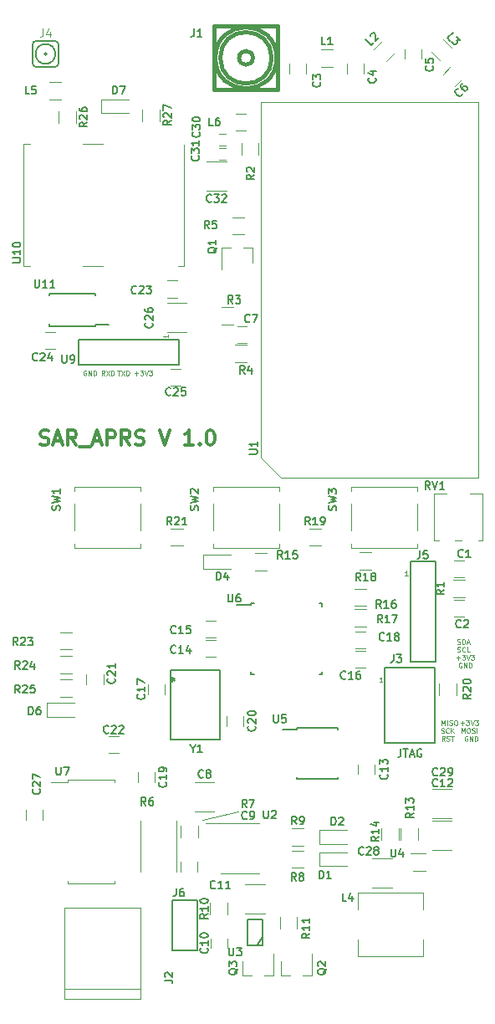
<source format=gbr>
G04 #@! TF.GenerationSoftware,KiCad,Pcbnew,(5.1.5)-3*
G04 #@! TF.CreationDate,2020-05-20T20:16:18+02:00*
G04 #@! TF.ProjectId,SAR-APRS,5341522d-4150-4525-932e-6b696361645f,rev?*
G04 #@! TF.SameCoordinates,Original*
G04 #@! TF.FileFunction,Legend,Top*
G04 #@! TF.FilePolarity,Positive*
%FSLAX46Y46*%
G04 Gerber Fmt 4.6, Leading zero omitted, Abs format (unit mm)*
G04 Created by KiCad (PCBNEW (5.1.5)-3) date 2020-05-20 20:16:18*
%MOMM*%
%LPD*%
G04 APERTURE LIST*
%ADD10C,0.120000*%
%ADD11C,0.300000*%
%ADD12C,0.150000*%
%ADD13C,0.100000*%
%ADD14C,0.381000*%
%ADD15C,0.050000*%
G04 APERTURE END LIST*
D10*
X144814285Y-122026190D02*
X144814285Y-121526190D01*
X144980952Y-121883333D01*
X145147619Y-121526190D01*
X145147619Y-122026190D01*
X145385714Y-122026190D02*
X145385714Y-121526190D01*
X145600000Y-122002380D02*
X145671428Y-122026190D01*
X145790476Y-122026190D01*
X145838095Y-122002380D01*
X145861904Y-121978571D01*
X145885714Y-121930952D01*
X145885714Y-121883333D01*
X145861904Y-121835714D01*
X145838095Y-121811904D01*
X145790476Y-121788095D01*
X145695238Y-121764285D01*
X145647619Y-121740476D01*
X145623809Y-121716666D01*
X145600000Y-121669047D01*
X145600000Y-121621428D01*
X145623809Y-121573809D01*
X145647619Y-121550000D01*
X145695238Y-121526190D01*
X145814285Y-121526190D01*
X145885714Y-121550000D01*
X146195238Y-121526190D02*
X146290476Y-121526190D01*
X146338095Y-121550000D01*
X146385714Y-121597619D01*
X146409523Y-121692857D01*
X146409523Y-121859523D01*
X146385714Y-121954761D01*
X146338095Y-122002380D01*
X146290476Y-122026190D01*
X146195238Y-122026190D01*
X146147619Y-122002380D01*
X146100000Y-121954761D01*
X146076190Y-121859523D01*
X146076190Y-121692857D01*
X146100000Y-121597619D01*
X146147619Y-121550000D01*
X146195238Y-121526190D01*
X146719047Y-121835714D02*
X147100000Y-121835714D01*
X146909523Y-122026190D02*
X146909523Y-121645238D01*
X147290476Y-121526190D02*
X147600000Y-121526190D01*
X147433333Y-121716666D01*
X147504761Y-121716666D01*
X147552380Y-121740476D01*
X147576190Y-121764285D01*
X147600000Y-121811904D01*
X147600000Y-121930952D01*
X147576190Y-121978571D01*
X147552380Y-122002380D01*
X147504761Y-122026190D01*
X147361904Y-122026190D01*
X147314285Y-122002380D01*
X147290476Y-121978571D01*
X147742857Y-121526190D02*
X147909523Y-122026190D01*
X148076190Y-121526190D01*
X148195238Y-121526190D02*
X148504761Y-121526190D01*
X148338095Y-121716666D01*
X148409523Y-121716666D01*
X148457142Y-121740476D01*
X148480952Y-121764285D01*
X148504761Y-121811904D01*
X148504761Y-121930952D01*
X148480952Y-121978571D01*
X148457142Y-122002380D01*
X148409523Y-122026190D01*
X148266666Y-122026190D01*
X148219047Y-122002380D01*
X148195238Y-121978571D01*
X144757142Y-122802380D02*
X144828571Y-122826190D01*
X144947619Y-122826190D01*
X144995238Y-122802380D01*
X145019047Y-122778571D01*
X145042857Y-122730952D01*
X145042857Y-122683333D01*
X145019047Y-122635714D01*
X144995238Y-122611904D01*
X144947619Y-122588095D01*
X144852380Y-122564285D01*
X144804761Y-122540476D01*
X144780952Y-122516666D01*
X144757142Y-122469047D01*
X144757142Y-122421428D01*
X144780952Y-122373809D01*
X144804761Y-122350000D01*
X144852380Y-122326190D01*
X144971428Y-122326190D01*
X145042857Y-122350000D01*
X145542857Y-122778571D02*
X145519047Y-122802380D01*
X145447619Y-122826190D01*
X145400000Y-122826190D01*
X145328571Y-122802380D01*
X145280952Y-122754761D01*
X145257142Y-122707142D01*
X145233333Y-122611904D01*
X145233333Y-122540476D01*
X145257142Y-122445238D01*
X145280952Y-122397619D01*
X145328571Y-122350000D01*
X145400000Y-122326190D01*
X145447619Y-122326190D01*
X145519047Y-122350000D01*
X145542857Y-122373809D01*
X145757142Y-122826190D02*
X145757142Y-122326190D01*
X146042857Y-122826190D02*
X145828571Y-122540476D01*
X146042857Y-122326190D02*
X145757142Y-122611904D01*
X146814285Y-122826190D02*
X146814285Y-122326190D01*
X146980952Y-122683333D01*
X147147619Y-122326190D01*
X147147619Y-122826190D01*
X147480952Y-122326190D02*
X147576190Y-122326190D01*
X147623809Y-122350000D01*
X147671428Y-122397619D01*
X147695238Y-122492857D01*
X147695238Y-122659523D01*
X147671428Y-122754761D01*
X147623809Y-122802380D01*
X147576190Y-122826190D01*
X147480952Y-122826190D01*
X147433333Y-122802380D01*
X147385714Y-122754761D01*
X147361904Y-122659523D01*
X147361904Y-122492857D01*
X147385714Y-122397619D01*
X147433333Y-122350000D01*
X147480952Y-122326190D01*
X147885714Y-122802380D02*
X147957142Y-122826190D01*
X148076190Y-122826190D01*
X148123809Y-122802380D01*
X148147619Y-122778571D01*
X148171428Y-122730952D01*
X148171428Y-122683333D01*
X148147619Y-122635714D01*
X148123809Y-122611904D01*
X148076190Y-122588095D01*
X147980952Y-122564285D01*
X147933333Y-122540476D01*
X147909523Y-122516666D01*
X147885714Y-122469047D01*
X147885714Y-122421428D01*
X147909523Y-122373809D01*
X147933333Y-122350000D01*
X147980952Y-122326190D01*
X148100000Y-122326190D01*
X148171428Y-122350000D01*
X148385714Y-122826190D02*
X148385714Y-122326190D01*
X145126190Y-123626190D02*
X144959523Y-123388095D01*
X144840476Y-123626190D02*
X144840476Y-123126190D01*
X145030952Y-123126190D01*
X145078571Y-123150000D01*
X145102380Y-123173809D01*
X145126190Y-123221428D01*
X145126190Y-123292857D01*
X145102380Y-123340476D01*
X145078571Y-123364285D01*
X145030952Y-123388095D01*
X144840476Y-123388095D01*
X145316666Y-123602380D02*
X145388095Y-123626190D01*
X145507142Y-123626190D01*
X145554761Y-123602380D01*
X145578571Y-123578571D01*
X145602380Y-123530952D01*
X145602380Y-123483333D01*
X145578571Y-123435714D01*
X145554761Y-123411904D01*
X145507142Y-123388095D01*
X145411904Y-123364285D01*
X145364285Y-123340476D01*
X145340476Y-123316666D01*
X145316666Y-123269047D01*
X145316666Y-123221428D01*
X145340476Y-123173809D01*
X145364285Y-123150000D01*
X145411904Y-123126190D01*
X145530952Y-123126190D01*
X145602380Y-123150000D01*
X145745238Y-123126190D02*
X146030952Y-123126190D01*
X145888095Y-123626190D02*
X145888095Y-123126190D01*
X147419047Y-123150000D02*
X147371428Y-123126190D01*
X147300000Y-123126190D01*
X147228571Y-123150000D01*
X147180952Y-123197619D01*
X147157142Y-123245238D01*
X147133333Y-123340476D01*
X147133333Y-123411904D01*
X147157142Y-123507142D01*
X147180952Y-123554761D01*
X147228571Y-123602380D01*
X147300000Y-123626190D01*
X147347619Y-123626190D01*
X147419047Y-123602380D01*
X147442857Y-123578571D01*
X147442857Y-123411904D01*
X147347619Y-123411904D01*
X147657142Y-123626190D02*
X147657142Y-123126190D01*
X147942857Y-123626190D01*
X147942857Y-123126190D01*
X148180952Y-123626190D02*
X148180952Y-123126190D01*
X148300000Y-123126190D01*
X148371428Y-123150000D01*
X148419047Y-123197619D01*
X148442857Y-123245238D01*
X148466666Y-123340476D01*
X148466666Y-123411904D01*
X148442857Y-123507142D01*
X148419047Y-123554761D01*
X148371428Y-123602380D01*
X148300000Y-123626190D01*
X148180952Y-123626190D01*
X146392857Y-113802380D02*
X146464285Y-113826190D01*
X146583333Y-113826190D01*
X146630952Y-113802380D01*
X146654761Y-113778571D01*
X146678571Y-113730952D01*
X146678571Y-113683333D01*
X146654761Y-113635714D01*
X146630952Y-113611904D01*
X146583333Y-113588095D01*
X146488095Y-113564285D01*
X146440476Y-113540476D01*
X146416666Y-113516666D01*
X146392857Y-113469047D01*
X146392857Y-113421428D01*
X146416666Y-113373809D01*
X146440476Y-113350000D01*
X146488095Y-113326190D01*
X146607142Y-113326190D01*
X146678571Y-113350000D01*
X146892857Y-113826190D02*
X146892857Y-113326190D01*
X147011904Y-113326190D01*
X147083333Y-113350000D01*
X147130952Y-113397619D01*
X147154761Y-113445238D01*
X147178571Y-113540476D01*
X147178571Y-113611904D01*
X147154761Y-113707142D01*
X147130952Y-113754761D01*
X147083333Y-113802380D01*
X147011904Y-113826190D01*
X146892857Y-113826190D01*
X147369047Y-113683333D02*
X147607142Y-113683333D01*
X147321428Y-113826190D02*
X147488095Y-113326190D01*
X147654761Y-113826190D01*
X146404761Y-114602380D02*
X146476190Y-114626190D01*
X146595238Y-114626190D01*
X146642857Y-114602380D01*
X146666666Y-114578571D01*
X146690476Y-114530952D01*
X146690476Y-114483333D01*
X146666666Y-114435714D01*
X146642857Y-114411904D01*
X146595238Y-114388095D01*
X146500000Y-114364285D01*
X146452380Y-114340476D01*
X146428571Y-114316666D01*
X146404761Y-114269047D01*
X146404761Y-114221428D01*
X146428571Y-114173809D01*
X146452380Y-114150000D01*
X146500000Y-114126190D01*
X146619047Y-114126190D01*
X146690476Y-114150000D01*
X147190476Y-114578571D02*
X147166666Y-114602380D01*
X147095238Y-114626190D01*
X147047619Y-114626190D01*
X146976190Y-114602380D01*
X146928571Y-114554761D01*
X146904761Y-114507142D01*
X146880952Y-114411904D01*
X146880952Y-114340476D01*
X146904761Y-114245238D01*
X146928571Y-114197619D01*
X146976190Y-114150000D01*
X147047619Y-114126190D01*
X147095238Y-114126190D01*
X147166666Y-114150000D01*
X147190476Y-114173809D01*
X147642857Y-114626190D02*
X147404761Y-114626190D01*
X147404761Y-114126190D01*
X146319047Y-115235714D02*
X146700000Y-115235714D01*
X146509523Y-115426190D02*
X146509523Y-115045238D01*
X146890476Y-114926190D02*
X147200000Y-114926190D01*
X147033333Y-115116666D01*
X147104761Y-115116666D01*
X147152380Y-115140476D01*
X147176190Y-115164285D01*
X147200000Y-115211904D01*
X147200000Y-115330952D01*
X147176190Y-115378571D01*
X147152380Y-115402380D01*
X147104761Y-115426190D01*
X146961904Y-115426190D01*
X146914285Y-115402380D01*
X146890476Y-115378571D01*
X147342857Y-114926190D02*
X147509523Y-115426190D01*
X147676190Y-114926190D01*
X147795238Y-114926190D02*
X148104761Y-114926190D01*
X147938095Y-115116666D01*
X148009523Y-115116666D01*
X148057142Y-115140476D01*
X148080952Y-115164285D01*
X148104761Y-115211904D01*
X148104761Y-115330952D01*
X148080952Y-115378571D01*
X148057142Y-115402380D01*
X148009523Y-115426190D01*
X147866666Y-115426190D01*
X147819047Y-115402380D01*
X147795238Y-115378571D01*
X146819047Y-115750000D02*
X146771428Y-115726190D01*
X146700000Y-115726190D01*
X146628571Y-115750000D01*
X146580952Y-115797619D01*
X146557142Y-115845238D01*
X146533333Y-115940476D01*
X146533333Y-116011904D01*
X146557142Y-116107142D01*
X146580952Y-116154761D01*
X146628571Y-116202380D01*
X146700000Y-116226190D01*
X146747619Y-116226190D01*
X146819047Y-116202380D01*
X146842857Y-116178571D01*
X146842857Y-116011904D01*
X146747619Y-116011904D01*
X147057142Y-116226190D02*
X147057142Y-115726190D01*
X147342857Y-116226190D01*
X147342857Y-115726190D01*
X147580952Y-116226190D02*
X147580952Y-115726190D01*
X147700000Y-115726190D01*
X147771428Y-115750000D01*
X147819047Y-115797619D01*
X147842857Y-115845238D01*
X147866666Y-115940476D01*
X147866666Y-116011904D01*
X147842857Y-116107142D01*
X147819047Y-116154761D01*
X147771428Y-116202380D01*
X147700000Y-116226190D01*
X147580952Y-116226190D01*
X108819047Y-86150000D02*
X108771428Y-86126190D01*
X108700000Y-86126190D01*
X108628571Y-86150000D01*
X108580952Y-86197619D01*
X108557142Y-86245238D01*
X108533333Y-86340476D01*
X108533333Y-86411904D01*
X108557142Y-86507142D01*
X108580952Y-86554761D01*
X108628571Y-86602380D01*
X108700000Y-86626190D01*
X108747619Y-86626190D01*
X108819047Y-86602380D01*
X108842857Y-86578571D01*
X108842857Y-86411904D01*
X108747619Y-86411904D01*
X109057142Y-86626190D02*
X109057142Y-86126190D01*
X109342857Y-86626190D01*
X109342857Y-86126190D01*
X109580952Y-86626190D02*
X109580952Y-86126190D01*
X109700000Y-86126190D01*
X109771428Y-86150000D01*
X109819047Y-86197619D01*
X109842857Y-86245238D01*
X109866666Y-86340476D01*
X109866666Y-86411904D01*
X109842857Y-86507142D01*
X109819047Y-86554761D01*
X109771428Y-86602380D01*
X109700000Y-86626190D01*
X109580952Y-86626190D01*
X110666666Y-86626190D02*
X110500000Y-86388095D01*
X110380952Y-86626190D02*
X110380952Y-86126190D01*
X110571428Y-86126190D01*
X110619047Y-86150000D01*
X110642857Y-86173809D01*
X110666666Y-86221428D01*
X110666666Y-86292857D01*
X110642857Y-86340476D01*
X110619047Y-86364285D01*
X110571428Y-86388095D01*
X110380952Y-86388095D01*
X110833333Y-86126190D02*
X111166666Y-86626190D01*
X111166666Y-86126190D02*
X110833333Y-86626190D01*
X111357142Y-86626190D02*
X111357142Y-86126190D01*
X111476190Y-86126190D01*
X111547619Y-86150000D01*
X111595238Y-86197619D01*
X111619047Y-86245238D01*
X111642857Y-86340476D01*
X111642857Y-86411904D01*
X111619047Y-86507142D01*
X111595238Y-86554761D01*
X111547619Y-86602380D01*
X111476190Y-86626190D01*
X111357142Y-86626190D01*
X111969047Y-86126190D02*
X112254761Y-86126190D01*
X112111904Y-86626190D02*
X112111904Y-86126190D01*
X112373809Y-86126190D02*
X112707142Y-86626190D01*
X112707142Y-86126190D02*
X112373809Y-86626190D01*
X112897619Y-86626190D02*
X112897619Y-86126190D01*
X113016666Y-86126190D01*
X113088095Y-86150000D01*
X113135714Y-86197619D01*
X113159523Y-86245238D01*
X113183333Y-86340476D01*
X113183333Y-86411904D01*
X113159523Y-86507142D01*
X113135714Y-86554761D01*
X113088095Y-86602380D01*
X113016666Y-86626190D01*
X112897619Y-86626190D01*
X113719047Y-86435714D02*
X114100000Y-86435714D01*
X113909523Y-86626190D02*
X113909523Y-86245238D01*
X114290476Y-86126190D02*
X114600000Y-86126190D01*
X114433333Y-86316666D01*
X114504761Y-86316666D01*
X114552380Y-86340476D01*
X114576190Y-86364285D01*
X114600000Y-86411904D01*
X114600000Y-86530952D01*
X114576190Y-86578571D01*
X114552380Y-86602380D01*
X114504761Y-86626190D01*
X114361904Y-86626190D01*
X114314285Y-86602380D01*
X114290476Y-86578571D01*
X114742857Y-86126190D02*
X114909523Y-86626190D01*
X115076190Y-86126190D01*
X115195238Y-86126190D02*
X115504761Y-86126190D01*
X115338095Y-86316666D01*
X115409523Y-86316666D01*
X115457142Y-86340476D01*
X115480952Y-86364285D01*
X115504761Y-86411904D01*
X115504761Y-86530952D01*
X115480952Y-86578571D01*
X115457142Y-86602380D01*
X115409523Y-86626190D01*
X115266666Y-86626190D01*
X115219047Y-86602380D01*
X115195238Y-86578571D01*
D11*
X104178571Y-93607142D02*
X104392857Y-93678571D01*
X104749999Y-93678571D01*
X104892857Y-93607142D01*
X104964285Y-93535714D01*
X105035714Y-93392857D01*
X105035714Y-93250000D01*
X104964285Y-93107142D01*
X104892857Y-93035714D01*
X104749999Y-92964285D01*
X104464285Y-92892857D01*
X104321428Y-92821428D01*
X104249999Y-92750000D01*
X104178571Y-92607142D01*
X104178571Y-92464285D01*
X104249999Y-92321428D01*
X104321428Y-92250000D01*
X104464285Y-92178571D01*
X104821428Y-92178571D01*
X105035714Y-92250000D01*
X105607142Y-93250000D02*
X106321428Y-93250000D01*
X105464285Y-93678571D02*
X105964285Y-92178571D01*
X106464285Y-93678571D01*
X107821428Y-93678571D02*
X107321428Y-92964285D01*
X106964285Y-93678571D02*
X106964285Y-92178571D01*
X107535714Y-92178571D01*
X107678571Y-92250000D01*
X107749999Y-92321428D01*
X107821428Y-92464285D01*
X107821428Y-92678571D01*
X107749999Y-92821428D01*
X107678571Y-92892857D01*
X107535714Y-92964285D01*
X106964285Y-92964285D01*
X108107142Y-93821428D02*
X109249999Y-93821428D01*
X109535714Y-93250000D02*
X110249999Y-93250000D01*
X109392857Y-93678571D02*
X109892857Y-92178571D01*
X110392857Y-93678571D01*
X110892857Y-93678571D02*
X110892857Y-92178571D01*
X111464285Y-92178571D01*
X111607142Y-92250000D01*
X111678571Y-92321428D01*
X111749999Y-92464285D01*
X111749999Y-92678571D01*
X111678571Y-92821428D01*
X111607142Y-92892857D01*
X111464285Y-92964285D01*
X110892857Y-92964285D01*
X113249999Y-93678571D02*
X112749999Y-92964285D01*
X112392857Y-93678571D02*
X112392857Y-92178571D01*
X112964285Y-92178571D01*
X113107142Y-92250000D01*
X113178571Y-92321428D01*
X113249999Y-92464285D01*
X113249999Y-92678571D01*
X113178571Y-92821428D01*
X113107142Y-92892857D01*
X112964285Y-92964285D01*
X112392857Y-92964285D01*
X113821428Y-93607142D02*
X114035714Y-93678571D01*
X114392857Y-93678571D01*
X114535714Y-93607142D01*
X114607142Y-93535714D01*
X114678571Y-93392857D01*
X114678571Y-93250000D01*
X114607142Y-93107142D01*
X114535714Y-93035714D01*
X114392857Y-92964285D01*
X114107142Y-92892857D01*
X113964285Y-92821428D01*
X113892857Y-92750000D01*
X113821428Y-92607142D01*
X113821428Y-92464285D01*
X113892857Y-92321428D01*
X113964285Y-92250000D01*
X114107142Y-92178571D01*
X114464285Y-92178571D01*
X114678571Y-92250000D01*
X116249999Y-92178571D02*
X116749999Y-93678571D01*
X117249999Y-92178571D01*
X119678571Y-93678571D02*
X118821428Y-93678571D01*
X119249999Y-93678571D02*
X119249999Y-92178571D01*
X119107142Y-92392857D01*
X118964285Y-92535714D01*
X118821428Y-92607142D01*
X120321428Y-93535714D02*
X120392857Y-93607142D01*
X120321428Y-93678571D01*
X120249999Y-93607142D01*
X120321428Y-93535714D01*
X120321428Y-93678571D01*
X121321428Y-92178571D02*
X121464285Y-92178571D01*
X121607142Y-92250000D01*
X121678571Y-92321428D01*
X121749999Y-92464285D01*
X121821428Y-92750000D01*
X121821428Y-93107142D01*
X121749999Y-93392857D01*
X121678571Y-93535714D01*
X121607142Y-93607142D01*
X121464285Y-93678571D01*
X121321428Y-93678571D01*
X121178571Y-93607142D01*
X121107142Y-93535714D01*
X121035714Y-93392857D01*
X120964285Y-93107142D01*
X120964285Y-92750000D01*
X121035714Y-92464285D01*
X121107142Y-92321428D01*
X121178571Y-92250000D01*
X121321428Y-92178571D01*
D10*
X124200000Y-130800000D02*
X120600000Y-131600000D01*
X121000000Y-67980000D02*
X123000000Y-67980000D01*
X123000000Y-65020000D02*
X121000000Y-65020000D01*
X125000000Y-60150000D02*
X124000000Y-60150000D01*
X124000000Y-61850000D02*
X125000000Y-61850000D01*
X122250000Y-63600000D02*
X122950000Y-63600000D01*
X122950000Y-64800000D02*
X122250000Y-64800000D01*
X122250000Y-62200000D02*
X122950000Y-62200000D01*
X122950000Y-63400000D02*
X122250000Y-63400000D01*
X141650000Y-135000000D02*
X143200000Y-135000000D01*
X143200000Y-136800000D02*
X141900000Y-136800000D01*
X145850000Y-131670000D02*
X143850000Y-131670000D01*
X143850000Y-134630000D02*
X145850000Y-134630000D01*
X137800000Y-138480000D02*
X139800000Y-138480000D01*
X139800000Y-135520000D02*
X137800000Y-135520000D01*
D12*
X103700000Y-52800000D02*
G75*
G03X103400000Y-53100000I0J-300000D01*
G01*
X106000000Y-53100000D02*
G75*
G03X105700000Y-52800000I-300000J0D01*
G01*
X105700000Y-55400000D02*
G75*
G03X106000000Y-55100000I0J300000D01*
G01*
X103400000Y-55100000D02*
G75*
G03X103700000Y-55400000I300000J0D01*
G01*
X103700000Y-52800000D02*
X105700000Y-52800000D01*
X106000000Y-53100000D02*
X106000000Y-55100000D01*
X105700000Y-55400000D02*
X103700000Y-55400000D01*
X103400000Y-55100000D02*
X103400000Y-53100000D01*
X105700000Y-54100000D02*
G75*
G03X105700000Y-54100000I-1000000J0D01*
G01*
X104800000Y-54100000D02*
G75*
G03X104800000Y-54100000I-100000J0D01*
G01*
D10*
X125680000Y-73740000D02*
X124750000Y-73740000D01*
X122520000Y-73740000D02*
X123450000Y-73740000D01*
X122520000Y-73740000D02*
X122520000Y-75900000D01*
X125680000Y-73740000D02*
X125680000Y-75200000D01*
X128520000Y-147360000D02*
X129450000Y-147360000D01*
X131680000Y-147360000D02*
X130750000Y-147360000D01*
X131680000Y-147360000D02*
X131680000Y-145200000D01*
X128520000Y-147360000D02*
X128520000Y-145900000D01*
X124620000Y-147360000D02*
X125550000Y-147360000D01*
X127780000Y-147360000D02*
X126850000Y-147360000D01*
X127780000Y-147360000D02*
X127780000Y-145200000D01*
X124620000Y-147360000D02*
X124620000Y-145900000D01*
D13*
X148500000Y-97000000D02*
X128500000Y-97000000D01*
X148500000Y-59000000D02*
X148500000Y-97000000D01*
X126500000Y-59000000D02*
X148500000Y-59000000D01*
X126500000Y-95000000D02*
X126500000Y-59000000D01*
X128500000Y-97000000D02*
X126500000Y-95000000D01*
D12*
X130125000Y-122470000D02*
X128725000Y-122470000D01*
X130125000Y-127475000D02*
X134275000Y-127475000D01*
X130125000Y-122325000D02*
X134275000Y-122325000D01*
X130125000Y-127475000D02*
X130125000Y-127330000D01*
X134275000Y-127475000D02*
X134275000Y-127330000D01*
X134275000Y-122325000D02*
X134275000Y-122470000D01*
X130125000Y-122325000D02*
X130125000Y-122470000D01*
X125475000Y-109675000D02*
X125475000Y-109900000D01*
X132725000Y-109675000D02*
X132725000Y-110000000D01*
X132725000Y-116925000D02*
X132725000Y-116600000D01*
X125475000Y-116925000D02*
X125475000Y-116600000D01*
X125475000Y-109675000D02*
X125800000Y-109675000D01*
X125475000Y-116925000D02*
X125800000Y-116925000D01*
X132725000Y-116925000D02*
X132400000Y-116925000D01*
X132725000Y-109675000D02*
X132400000Y-109675000D01*
X125475000Y-109900000D02*
X124050000Y-109900000D01*
D10*
X131050000Y-56100000D02*
X131050000Y-55100000D01*
X129350000Y-55100000D02*
X129350000Y-56100000D01*
X136950000Y-56100000D02*
X136950000Y-55100000D01*
X135250000Y-55100000D02*
X135250000Y-56100000D01*
X142750000Y-54600000D02*
X142750000Y-53600000D01*
X141050000Y-53600000D02*
X141050000Y-54600000D01*
X146147487Y-57354594D02*
X146854594Y-56647487D01*
X145652513Y-55445406D02*
X144945406Y-56152513D01*
X133800000Y-55380000D02*
X132600000Y-55380000D01*
X132600000Y-53620000D02*
X133800000Y-53620000D01*
X140046518Y-53997990D02*
X139197990Y-54846518D01*
X137953482Y-53602010D02*
X138802010Y-52753482D01*
X144602010Y-54746518D02*
X143753482Y-53897990D01*
X144997990Y-52653482D02*
X145846518Y-53502010D01*
X106915000Y-127795000D02*
X105250000Y-127795000D01*
X106915000Y-127540000D02*
X106915000Y-127795000D01*
X109300000Y-127540000D02*
X106915000Y-127540000D01*
X111685000Y-127540000D02*
X111685000Y-127795000D01*
X109300000Y-127540000D02*
X111685000Y-127540000D01*
X106915000Y-138060000D02*
X106915000Y-137805000D01*
X109300000Y-138060000D02*
X106915000Y-138060000D01*
X111685000Y-138060000D02*
X111685000Y-137805000D01*
X109300000Y-138060000D02*
X111685000Y-138060000D01*
X124400000Y-131940000D02*
X120950000Y-131940000D01*
X124400000Y-131940000D02*
X126350000Y-131940000D01*
X124400000Y-137060000D02*
X122450000Y-137060000D01*
X124400000Y-137060000D02*
X126350000Y-137060000D01*
D12*
X125138000Y-141730000D02*
X126662000Y-141730000D01*
X125138000Y-144333500D02*
X125138000Y-141730000D01*
X126662000Y-144333500D02*
X125138000Y-144333500D01*
X126662000Y-141730000D02*
X126662000Y-144333500D01*
X126662000Y-143508000D02*
X126154000Y-144270000D01*
D10*
X106300000Y-58680000D02*
X105100000Y-58680000D01*
X105100000Y-56920000D02*
X106300000Y-56920000D01*
X117920000Y-131700000D02*
X117920000Y-136900000D01*
X114280000Y-136900000D02*
X114280000Y-131700000D01*
X106650000Y-148750000D02*
X114350000Y-148750000D01*
X106650000Y-149750000D02*
X114350000Y-149750000D01*
X114350000Y-149750000D02*
X114350000Y-140550000D01*
X114350000Y-140550000D02*
X106650000Y-140550000D01*
X106650000Y-140550000D02*
X106650000Y-149750000D01*
D12*
X108020000Y-83030000D02*
X118180000Y-83030000D01*
X108020000Y-85570000D02*
X108020000Y-83030000D01*
X118180000Y-85570000D02*
X108020000Y-85570000D01*
X118180000Y-83030000D02*
X118180000Y-85570000D01*
D10*
X112100000Y-123150000D02*
X111100000Y-123150000D01*
X111100000Y-124850000D02*
X112100000Y-124850000D01*
X117000000Y-78750000D02*
X118000000Y-78750000D01*
X118000000Y-77050000D02*
X117000000Y-77050000D01*
X105700000Y-82250000D02*
X104700000Y-82250000D01*
X104700000Y-83950000D02*
X105700000Y-83950000D01*
X117400000Y-87650000D02*
X118400000Y-87650000D01*
X118400000Y-85950000D02*
X117400000Y-85950000D01*
X102750000Y-130600000D02*
X102750000Y-131600000D01*
X104450000Y-131600000D02*
X104450000Y-130600000D01*
X147200000Y-109080000D02*
X146000000Y-109080000D01*
X146000000Y-107320000D02*
X147200000Y-107320000D01*
X126280000Y-63100000D02*
X126280000Y-64300000D01*
X124520000Y-64300000D02*
X124520000Y-63100000D01*
X123700000Y-81480000D02*
X122500000Y-81480000D01*
X122500000Y-79720000D02*
X123700000Y-79720000D01*
X125100000Y-85280000D02*
X123900000Y-85280000D01*
X123900000Y-83520000D02*
X125100000Y-83520000D01*
X124800000Y-72380000D02*
X123600000Y-72380000D01*
X123600000Y-70620000D02*
X124800000Y-70620000D01*
X120130000Y-132200001D02*
X120130000Y-133400001D01*
X118370000Y-133400001D02*
X118370000Y-132200001D01*
X130850000Y-136480000D02*
X129650000Y-136480000D01*
X129650000Y-134720000D02*
X130850000Y-134720000D01*
X130850000Y-134230000D02*
X129650000Y-134230000D01*
X129650000Y-132470000D02*
X130850000Y-132470000D01*
X123130000Y-140000000D02*
X123130000Y-141200000D01*
X121370000Y-141200000D02*
X121370000Y-140000000D01*
X128420000Y-142650000D02*
X128420000Y-141450000D01*
X130180000Y-141450000D02*
X130180000Y-142650000D01*
X142430000Y-132450000D02*
X142430000Y-133650000D01*
X140670000Y-133650000D02*
X140670000Y-132450000D01*
X138720000Y-133650000D02*
X138720000Y-132450000D01*
X140480000Y-132450000D02*
X140480000Y-133650000D01*
X127100000Y-106380000D02*
X125900000Y-106380000D01*
X125900000Y-104620000D02*
X127100000Y-104620000D01*
X136000000Y-108220000D02*
X137200000Y-108220000D01*
X137200000Y-109980000D02*
X136000000Y-109980000D01*
X137150000Y-112080000D02*
X135950000Y-112080000D01*
X135950000Y-110320000D02*
X137150000Y-110320000D01*
X136500000Y-104520000D02*
X137700000Y-104520000D01*
X137700000Y-106280000D02*
X136500000Y-106280000D01*
X131400000Y-102120000D02*
X132600000Y-102120000D01*
X132600000Y-103880000D02*
X131400000Y-103880000D01*
X146280000Y-117800000D02*
X146280000Y-119000000D01*
X144520000Y-119000000D02*
X144520000Y-117800000D01*
X117400000Y-102120000D02*
X118600000Y-102120000D01*
X118600000Y-103880000D02*
X117400000Y-103880000D01*
X106200000Y-112620000D02*
X107400000Y-112620000D01*
X107400000Y-114380000D02*
X106200000Y-114380000D01*
X106200000Y-115020000D02*
X107400000Y-115020000D01*
X107400000Y-116780000D02*
X106200000Y-116780000D01*
X107400000Y-119180000D02*
X106200000Y-119180000D01*
X106200000Y-117420000D02*
X107400000Y-117420000D01*
X106020000Y-61099999D02*
X106020000Y-59899999D01*
X107780000Y-59899999D02*
X107780000Y-61099999D01*
X148960000Y-98640000D02*
X148960000Y-103360000D01*
X144040000Y-98640000D02*
X144040000Y-103360000D01*
X148960000Y-98640000D02*
X147680000Y-98640000D01*
X145320000Y-98640000D02*
X144040000Y-98640000D01*
X148960000Y-103360000D02*
X148480000Y-103360000D01*
X146820000Y-103360000D02*
X146180000Y-103360000D01*
X144520000Y-103360000D02*
X144040000Y-103360000D01*
X148580000Y-98640000D02*
X148580000Y-98640000D01*
X148580000Y-98640000D02*
X147680000Y-98640000D01*
X148580000Y-98640000D02*
X147680000Y-98640000D01*
X103100000Y-75609999D02*
X102500000Y-75609999D01*
X118710000Y-75609999D02*
X118100000Y-75609999D01*
X103100000Y-63189999D02*
X102490000Y-63189999D01*
X118710000Y-63299999D02*
X118710000Y-75609999D01*
X102490000Y-63189999D02*
X102490000Y-75609999D01*
X110500000Y-75609999D02*
X108500000Y-75609999D01*
X110500000Y-63189999D02*
X108500000Y-63189999D01*
X121800000Y-127820000D02*
X119800000Y-127820000D01*
X119800000Y-130780000D02*
X121800000Y-130780000D01*
X126900000Y-138120000D02*
X124900000Y-138120000D01*
X124900000Y-141080000D02*
X126900000Y-141080000D01*
X145850000Y-128520000D02*
X143850000Y-128520000D01*
X143850000Y-131480000D02*
X145850000Y-131480000D01*
X142900000Y-143700000D02*
X142900000Y-145400000D01*
X142900000Y-145400000D02*
X136300000Y-145400000D01*
X136300000Y-145400000D02*
X136300000Y-143700000D01*
X136300000Y-140700000D02*
X136300000Y-139000000D01*
X136300000Y-139000000D02*
X142900000Y-139000000D01*
X142900000Y-139000000D02*
X142900000Y-140700000D01*
X119000000Y-79320000D02*
X117000000Y-79320000D01*
X117000000Y-82280000D02*
X119000000Y-82280000D01*
D12*
X139060000Y-123810000D02*
X139060000Y-116190000D01*
X144140000Y-123810000D02*
X139060000Y-123810000D01*
X144140000Y-116190000D02*
X144140000Y-123810000D01*
X139060000Y-116190000D02*
X144140000Y-116190000D01*
X141630000Y-115580000D02*
X141630000Y-105420000D01*
X144170000Y-115580000D02*
X141630000Y-115580000D01*
X144170000Y-105420000D02*
X144170000Y-115580000D01*
X141630000Y-105420000D02*
X144170000Y-105420000D01*
X109725000Y-81525000D02*
X111075000Y-81525000D01*
X109725000Y-78375000D02*
X105075000Y-78375000D01*
X109725000Y-81625000D02*
X105075000Y-81625000D01*
X109725000Y-78375000D02*
X109725000Y-78575000D01*
X105075000Y-78375000D02*
X105075000Y-78575000D01*
X105075000Y-81625000D02*
X105075000Y-81425000D01*
X109725000Y-81625000D02*
X109725000Y-81525000D01*
X117530000Y-144840000D02*
X117530000Y-139760000D01*
X120070000Y-144840000D02*
X117530000Y-144840000D01*
X120070000Y-139760000D02*
X120070000Y-144840000D01*
X117530000Y-139760000D02*
X120070000Y-139760000D01*
D10*
X135650000Y-103650000D02*
X135650000Y-104100000D01*
X135650000Y-104100000D02*
X142350000Y-104100000D01*
X142350000Y-104100000D02*
X142350000Y-103700000D01*
X135650000Y-102350000D02*
X135650000Y-99650000D01*
X142350000Y-99650000D02*
X142350000Y-102350000D01*
X135650000Y-97900000D02*
X142350000Y-97900000D01*
X142350000Y-97900000D02*
X142350000Y-98350000D01*
X135650000Y-98350000D02*
X135650000Y-97900000D01*
X121650000Y-103650000D02*
X121650000Y-104100000D01*
X121650000Y-104100000D02*
X128350000Y-104100000D01*
X128350000Y-104100000D02*
X128350000Y-103700000D01*
X121650000Y-102350000D02*
X121650000Y-99650000D01*
X128350000Y-99650000D02*
X128350000Y-102350000D01*
X121650000Y-97900000D02*
X128350000Y-97900000D01*
X128350000Y-97900000D02*
X128350000Y-98350000D01*
X121650000Y-98350000D02*
X121650000Y-97900000D01*
X107650000Y-103650000D02*
X107650000Y-104100000D01*
X107650000Y-104100000D02*
X114350000Y-104100000D01*
X114350000Y-104100000D02*
X114350000Y-103700000D01*
X107650000Y-102350000D02*
X107650000Y-99650000D01*
X114350000Y-99650000D02*
X114350000Y-102350000D01*
X107650000Y-97900000D02*
X114350000Y-97900000D01*
X114350000Y-97900000D02*
X114350000Y-98350000D01*
X107650000Y-98350000D02*
X107650000Y-97900000D01*
X147100000Y-105350000D02*
X146100000Y-105350000D01*
X146100000Y-107050000D02*
X147100000Y-107050000D01*
X146100000Y-111050000D02*
X147100000Y-111050000D01*
X147100000Y-109350000D02*
X146100000Y-109350000D01*
X125100000Y-81650000D02*
X124100000Y-81650000D01*
X124100000Y-83350000D02*
X125100000Y-83350000D01*
X118400000Y-135850000D02*
X118400000Y-136850000D01*
X120100000Y-136850000D02*
X120100000Y-135850000D01*
X123100000Y-144600000D02*
X123100000Y-143600000D01*
X121400000Y-143600000D02*
X121400000Y-144600000D01*
X138050000Y-127000000D02*
X138050000Y-126000000D01*
X136350000Y-126000000D02*
X136350000Y-127000000D01*
X120900000Y-115150000D02*
X121900000Y-115150000D01*
X121900000Y-113450000D02*
X120900000Y-113450000D01*
X121900000Y-111450000D02*
X120900000Y-111450000D01*
X120900000Y-113150000D02*
X121900000Y-113150000D01*
X136100000Y-116250000D02*
X137100000Y-116250000D01*
X137100000Y-114550000D02*
X136100000Y-114550000D01*
X115050000Y-117900000D02*
X115050000Y-118900000D01*
X116750000Y-118900000D02*
X116750000Y-117900000D01*
X137100000Y-112550000D02*
X136100000Y-112550000D01*
X136100000Y-114250000D02*
X137100000Y-114250000D01*
X114050000Y-126800000D02*
X114050000Y-127800000D01*
X115750000Y-127800000D02*
X115750000Y-126800000D01*
X124750000Y-122100000D02*
X124750000Y-121100000D01*
X123050000Y-121100000D02*
X123050000Y-122100000D01*
X110550000Y-117900000D02*
X110550000Y-116900000D01*
X108850000Y-116900000D02*
X108850000Y-117900000D01*
X114520000Y-60900000D02*
X114520000Y-59700000D01*
X116280000Y-59700000D02*
X116280000Y-60900000D01*
X132450000Y-134900000D02*
X132450000Y-136300000D01*
X132450000Y-136300000D02*
X135250000Y-136300000D01*
X132450000Y-134900000D02*
X135250000Y-134900000D01*
X132449999Y-132650000D02*
X132449999Y-134050000D01*
X132449999Y-134050000D02*
X135249999Y-134050000D01*
X132449999Y-132650000D02*
X135249999Y-132650000D01*
X120700000Y-104800000D02*
X120700000Y-106200000D01*
X120700000Y-106200000D02*
X123500000Y-106200000D01*
X120700000Y-104800000D02*
X123500000Y-104800000D01*
X104800000Y-119800000D02*
X104800000Y-121200000D01*
X104800000Y-121200000D02*
X107600000Y-121200000D01*
X104800000Y-119800000D02*
X107600000Y-119800000D01*
X110300000Y-58700000D02*
X110300000Y-60100000D01*
X110300000Y-60100000D02*
X113100000Y-60100000D01*
X110300000Y-58700000D02*
X113100000Y-58700000D01*
D12*
X117400000Y-116500000D02*
X122400000Y-116500000D01*
X117400000Y-123500000D02*
X117400000Y-116500000D01*
X122400000Y-123500000D02*
X117400000Y-123500000D01*
X122400000Y-116500000D02*
X122400000Y-123500000D01*
D14*
X121800000Y-51300000D02*
X128200000Y-51300000D01*
X121800000Y-57700000D02*
X121800000Y-51300000D01*
X128200000Y-57700000D02*
X121800000Y-57700000D01*
X128200000Y-57700000D02*
X128200000Y-51300000D01*
X128100000Y-54500000D02*
G75*
G03X128100000Y-54500000I-3100000J0D01*
G01*
X127600000Y-54500000D02*
G75*
G03X127600000Y-54500000I-2600000J0D01*
G01*
X125700000Y-54500000D02*
G75*
G03X125700000Y-54500000I-700000J0D01*
G01*
D12*
X121485714Y-69035714D02*
X121447619Y-69073809D01*
X121333333Y-69111904D01*
X121257142Y-69111904D01*
X121142857Y-69073809D01*
X121066666Y-68997619D01*
X121028571Y-68921428D01*
X120990476Y-68769047D01*
X120990476Y-68654761D01*
X121028571Y-68502380D01*
X121066666Y-68426190D01*
X121142857Y-68350000D01*
X121257142Y-68311904D01*
X121333333Y-68311904D01*
X121447619Y-68350000D01*
X121485714Y-68388095D01*
X121752380Y-68311904D02*
X122247619Y-68311904D01*
X121980952Y-68616666D01*
X122095238Y-68616666D01*
X122171428Y-68654761D01*
X122209523Y-68692857D01*
X122247619Y-68769047D01*
X122247619Y-68959523D01*
X122209523Y-69035714D01*
X122171428Y-69073809D01*
X122095238Y-69111904D01*
X121866666Y-69111904D01*
X121790476Y-69073809D01*
X121752380Y-69035714D01*
X122552380Y-68388095D02*
X122590476Y-68350000D01*
X122666666Y-68311904D01*
X122857142Y-68311904D01*
X122933333Y-68350000D01*
X122971428Y-68388095D01*
X123009523Y-68464285D01*
X123009523Y-68540476D01*
X122971428Y-68654761D01*
X122514285Y-69111904D01*
X123009523Y-69111904D01*
X121666666Y-61361904D02*
X121285714Y-61361904D01*
X121285714Y-60561904D01*
X122276190Y-60561904D02*
X122123809Y-60561904D01*
X122047619Y-60600000D01*
X122009523Y-60638095D01*
X121933333Y-60752380D01*
X121895238Y-60904761D01*
X121895238Y-61209523D01*
X121933333Y-61285714D01*
X121971428Y-61323809D01*
X122047619Y-61361904D01*
X122200000Y-61361904D01*
X122276190Y-61323809D01*
X122314285Y-61285714D01*
X122352380Y-61209523D01*
X122352380Y-61019047D01*
X122314285Y-60942857D01*
X122276190Y-60904761D01*
X122200000Y-60866666D01*
X122047619Y-60866666D01*
X121971428Y-60904761D01*
X121933333Y-60942857D01*
X121895238Y-61019047D01*
X120185714Y-64414285D02*
X120223809Y-64452380D01*
X120261904Y-64566666D01*
X120261904Y-64642857D01*
X120223809Y-64757142D01*
X120147619Y-64833333D01*
X120071428Y-64871428D01*
X119919047Y-64909523D01*
X119804761Y-64909523D01*
X119652380Y-64871428D01*
X119576190Y-64833333D01*
X119500000Y-64757142D01*
X119461904Y-64642857D01*
X119461904Y-64566666D01*
X119500000Y-64452380D01*
X119538095Y-64414285D01*
X119461904Y-64147619D02*
X119461904Y-63652380D01*
X119766666Y-63919047D01*
X119766666Y-63804761D01*
X119804761Y-63728571D01*
X119842857Y-63690476D01*
X119919047Y-63652380D01*
X120109523Y-63652380D01*
X120185714Y-63690476D01*
X120223809Y-63728571D01*
X120261904Y-63804761D01*
X120261904Y-64033333D01*
X120223809Y-64109523D01*
X120185714Y-64147619D01*
X120261904Y-62890476D02*
X120261904Y-63347619D01*
X120261904Y-63119047D02*
X119461904Y-63119047D01*
X119576190Y-63195238D01*
X119652380Y-63271428D01*
X119690476Y-63347619D01*
X120285714Y-62014285D02*
X120323809Y-62052380D01*
X120361904Y-62166666D01*
X120361904Y-62242857D01*
X120323809Y-62357142D01*
X120247619Y-62433333D01*
X120171428Y-62471428D01*
X120019047Y-62509523D01*
X119904761Y-62509523D01*
X119752380Y-62471428D01*
X119676190Y-62433333D01*
X119600000Y-62357142D01*
X119561904Y-62242857D01*
X119561904Y-62166666D01*
X119600000Y-62052380D01*
X119638095Y-62014285D01*
X119561904Y-61747619D02*
X119561904Y-61252380D01*
X119866666Y-61519047D01*
X119866666Y-61404761D01*
X119904761Y-61328571D01*
X119942857Y-61290476D01*
X120019047Y-61252380D01*
X120209523Y-61252380D01*
X120285714Y-61290476D01*
X120323809Y-61328571D01*
X120361904Y-61404761D01*
X120361904Y-61633333D01*
X120323809Y-61709523D01*
X120285714Y-61747619D01*
X119561904Y-60757142D02*
X119561904Y-60680952D01*
X119600000Y-60604761D01*
X119638095Y-60566666D01*
X119714285Y-60528571D01*
X119866666Y-60490476D01*
X120057142Y-60490476D01*
X120209523Y-60528571D01*
X120285714Y-60566666D01*
X120323809Y-60604761D01*
X120361904Y-60680952D01*
X120361904Y-60757142D01*
X120323809Y-60833333D01*
X120285714Y-60871428D01*
X120209523Y-60909523D01*
X120057142Y-60947619D01*
X119866666Y-60947619D01*
X119714285Y-60909523D01*
X119638095Y-60871428D01*
X119600000Y-60833333D01*
X119561904Y-60757142D01*
X139690476Y-134561904D02*
X139690476Y-135209523D01*
X139728571Y-135285714D01*
X139766666Y-135323809D01*
X139842857Y-135361904D01*
X139995238Y-135361904D01*
X140071428Y-135323809D01*
X140109523Y-135285714D01*
X140147619Y-135209523D01*
X140147619Y-134561904D01*
X140871428Y-134828571D02*
X140871428Y-135361904D01*
X140680952Y-134523809D02*
X140490476Y-135095238D01*
X140985714Y-135095238D01*
X144385714Y-127085714D02*
X144347619Y-127123809D01*
X144233333Y-127161904D01*
X144157142Y-127161904D01*
X144042857Y-127123809D01*
X143966666Y-127047619D01*
X143928571Y-126971428D01*
X143890476Y-126819047D01*
X143890476Y-126704761D01*
X143928571Y-126552380D01*
X143966666Y-126476190D01*
X144042857Y-126400000D01*
X144157142Y-126361904D01*
X144233333Y-126361904D01*
X144347619Y-126400000D01*
X144385714Y-126438095D01*
X144690476Y-126438095D02*
X144728571Y-126400000D01*
X144804761Y-126361904D01*
X144995238Y-126361904D01*
X145071428Y-126400000D01*
X145109523Y-126438095D01*
X145147619Y-126514285D01*
X145147619Y-126590476D01*
X145109523Y-126704761D01*
X144652380Y-127161904D01*
X145147619Y-127161904D01*
X145528571Y-127161904D02*
X145680952Y-127161904D01*
X145757142Y-127123809D01*
X145795238Y-127085714D01*
X145871428Y-126971428D01*
X145909523Y-126819047D01*
X145909523Y-126514285D01*
X145871428Y-126438095D01*
X145833333Y-126400000D01*
X145757142Y-126361904D01*
X145604761Y-126361904D01*
X145528571Y-126400000D01*
X145490476Y-126438095D01*
X145452380Y-126514285D01*
X145452380Y-126704761D01*
X145490476Y-126780952D01*
X145528571Y-126819047D01*
X145604761Y-126857142D01*
X145757142Y-126857142D01*
X145833333Y-126819047D01*
X145871428Y-126780952D01*
X145909523Y-126704761D01*
X136885714Y-135085714D02*
X136847619Y-135123809D01*
X136733333Y-135161904D01*
X136657142Y-135161904D01*
X136542857Y-135123809D01*
X136466666Y-135047619D01*
X136428571Y-134971428D01*
X136390476Y-134819047D01*
X136390476Y-134704761D01*
X136428571Y-134552380D01*
X136466666Y-134476190D01*
X136542857Y-134400000D01*
X136657142Y-134361904D01*
X136733333Y-134361904D01*
X136847619Y-134400000D01*
X136885714Y-134438095D01*
X137190476Y-134438095D02*
X137228571Y-134400000D01*
X137304761Y-134361904D01*
X137495238Y-134361904D01*
X137571428Y-134400000D01*
X137609523Y-134438095D01*
X137647619Y-134514285D01*
X137647619Y-134590476D01*
X137609523Y-134704761D01*
X137152380Y-135161904D01*
X137647619Y-135161904D01*
X138104761Y-134704761D02*
X138028571Y-134666666D01*
X137990476Y-134628571D01*
X137952380Y-134552380D01*
X137952380Y-134514285D01*
X137990476Y-134438095D01*
X138028571Y-134400000D01*
X138104761Y-134361904D01*
X138257142Y-134361904D01*
X138333333Y-134400000D01*
X138371428Y-134438095D01*
X138409523Y-134514285D01*
X138409523Y-134552380D01*
X138371428Y-134628571D01*
X138333333Y-134666666D01*
X138257142Y-134704761D01*
X138104761Y-134704761D01*
X138028571Y-134742857D01*
X137990476Y-134780952D01*
X137952380Y-134857142D01*
X137952380Y-135009523D01*
X137990476Y-135085714D01*
X138028571Y-135123809D01*
X138104761Y-135161904D01*
X138257142Y-135161904D01*
X138333333Y-135123809D01*
X138371428Y-135085714D01*
X138409523Y-135009523D01*
X138409523Y-134857142D01*
X138371428Y-134780952D01*
X138333333Y-134742857D01*
X138257142Y-134704761D01*
D13*
X104433333Y-51561904D02*
X104433333Y-52133333D01*
X104395238Y-52247619D01*
X104319047Y-52323809D01*
X104204761Y-52361904D01*
X104128571Y-52361904D01*
X105157142Y-51828571D02*
X105157142Y-52361904D01*
X104966666Y-51523809D02*
X104776190Y-52095238D01*
X105271428Y-52095238D01*
D12*
X122038095Y-73676190D02*
X122000000Y-73752380D01*
X121923809Y-73828571D01*
X121809523Y-73942857D01*
X121771428Y-74019047D01*
X121771428Y-74095238D01*
X121961904Y-74057142D02*
X121923809Y-74133333D01*
X121847619Y-74209523D01*
X121695238Y-74247619D01*
X121428571Y-74247619D01*
X121276190Y-74209523D01*
X121200000Y-74133333D01*
X121161904Y-74057142D01*
X121161904Y-73904761D01*
X121200000Y-73828571D01*
X121276190Y-73752380D01*
X121428571Y-73714285D01*
X121695238Y-73714285D01*
X121847619Y-73752380D01*
X121923809Y-73828571D01*
X121961904Y-73904761D01*
X121961904Y-74057142D01*
X121961904Y-72952380D02*
X121961904Y-73409523D01*
X121961904Y-73180952D02*
X121161904Y-73180952D01*
X121276190Y-73257142D01*
X121352380Y-73333333D01*
X121390476Y-73409523D01*
X133138095Y-146676190D02*
X133100000Y-146752380D01*
X133023809Y-146828571D01*
X132909523Y-146942857D01*
X132871428Y-147019047D01*
X132871428Y-147095238D01*
X133061904Y-147057142D02*
X133023809Y-147133333D01*
X132947619Y-147209523D01*
X132795238Y-147247619D01*
X132528571Y-147247619D01*
X132376190Y-147209523D01*
X132300000Y-147133333D01*
X132261904Y-147057142D01*
X132261904Y-146904761D01*
X132300000Y-146828571D01*
X132376190Y-146752380D01*
X132528571Y-146714285D01*
X132795238Y-146714285D01*
X132947619Y-146752380D01*
X133023809Y-146828571D01*
X133061904Y-146904761D01*
X133061904Y-147057142D01*
X132338095Y-146409523D02*
X132300000Y-146371428D01*
X132261904Y-146295238D01*
X132261904Y-146104761D01*
X132300000Y-146028571D01*
X132338095Y-145990476D01*
X132414285Y-145952380D01*
X132490476Y-145952380D01*
X132604761Y-145990476D01*
X133061904Y-146447619D01*
X133061904Y-145952380D01*
X124138095Y-146676190D02*
X124100000Y-146752380D01*
X124023809Y-146828571D01*
X123909523Y-146942857D01*
X123871428Y-147019047D01*
X123871428Y-147095238D01*
X124061904Y-147057142D02*
X124023809Y-147133333D01*
X123947619Y-147209523D01*
X123795238Y-147247619D01*
X123528571Y-147247619D01*
X123376190Y-147209523D01*
X123300000Y-147133333D01*
X123261904Y-147057142D01*
X123261904Y-146904761D01*
X123300000Y-146828571D01*
X123376190Y-146752380D01*
X123528571Y-146714285D01*
X123795238Y-146714285D01*
X123947619Y-146752380D01*
X124023809Y-146828571D01*
X124061904Y-146904761D01*
X124061904Y-147057142D01*
X123261904Y-146447619D02*
X123261904Y-145952380D01*
X123566666Y-146219047D01*
X123566666Y-146104761D01*
X123604761Y-146028571D01*
X123642857Y-145990476D01*
X123719047Y-145952380D01*
X123909523Y-145952380D01*
X123985714Y-145990476D01*
X124023809Y-146028571D01*
X124061904Y-146104761D01*
X124061904Y-146333333D01*
X124023809Y-146409523D01*
X123985714Y-146447619D01*
X125361904Y-94609523D02*
X126009523Y-94609523D01*
X126085714Y-94571428D01*
X126123809Y-94533333D01*
X126161904Y-94457142D01*
X126161904Y-94304761D01*
X126123809Y-94228571D01*
X126085714Y-94190476D01*
X126009523Y-94152380D01*
X125361904Y-94152380D01*
X126161904Y-93352380D02*
X126161904Y-93809523D01*
X126161904Y-93580952D02*
X125361904Y-93580952D01*
X125476190Y-93657142D01*
X125552380Y-93733333D01*
X125590476Y-93809523D01*
X127790476Y-120961904D02*
X127790476Y-121609523D01*
X127828571Y-121685714D01*
X127866666Y-121723809D01*
X127942857Y-121761904D01*
X128095238Y-121761904D01*
X128171428Y-121723809D01*
X128209523Y-121685714D01*
X128247619Y-121609523D01*
X128247619Y-120961904D01*
X129009523Y-120961904D02*
X128628571Y-120961904D01*
X128590476Y-121342857D01*
X128628571Y-121304761D01*
X128704761Y-121266666D01*
X128895238Y-121266666D01*
X128971428Y-121304761D01*
X129009523Y-121342857D01*
X129047619Y-121419047D01*
X129047619Y-121609523D01*
X129009523Y-121685714D01*
X128971428Y-121723809D01*
X128895238Y-121761904D01*
X128704761Y-121761904D01*
X128628571Y-121723809D01*
X128590476Y-121685714D01*
X123190476Y-108761904D02*
X123190476Y-109409523D01*
X123228571Y-109485714D01*
X123266666Y-109523809D01*
X123342857Y-109561904D01*
X123495238Y-109561904D01*
X123571428Y-109523809D01*
X123609523Y-109485714D01*
X123647619Y-109409523D01*
X123647619Y-108761904D01*
X124371428Y-108761904D02*
X124219047Y-108761904D01*
X124142857Y-108800000D01*
X124104761Y-108838095D01*
X124028571Y-108952380D01*
X123990476Y-109104761D01*
X123990476Y-109409523D01*
X124028571Y-109485714D01*
X124066666Y-109523809D01*
X124142857Y-109561904D01*
X124295238Y-109561904D01*
X124371428Y-109523809D01*
X124409523Y-109485714D01*
X124447619Y-109409523D01*
X124447619Y-109219047D01*
X124409523Y-109142857D01*
X124371428Y-109104761D01*
X124295238Y-109066666D01*
X124142857Y-109066666D01*
X124066666Y-109104761D01*
X124028571Y-109142857D01*
X123990476Y-109219047D01*
X132485714Y-56933333D02*
X132523809Y-56971428D01*
X132561904Y-57085714D01*
X132561904Y-57161904D01*
X132523809Y-57276190D01*
X132447619Y-57352380D01*
X132371428Y-57390476D01*
X132219047Y-57428571D01*
X132104761Y-57428571D01*
X131952380Y-57390476D01*
X131876190Y-57352380D01*
X131800000Y-57276190D01*
X131761904Y-57161904D01*
X131761904Y-57085714D01*
X131800000Y-56971428D01*
X131838095Y-56933333D01*
X131761904Y-56666666D02*
X131761904Y-56171428D01*
X132066666Y-56438095D01*
X132066666Y-56323809D01*
X132104761Y-56247619D01*
X132142857Y-56209523D01*
X132219047Y-56171428D01*
X132409523Y-56171428D01*
X132485714Y-56209523D01*
X132523809Y-56247619D01*
X132561904Y-56323809D01*
X132561904Y-56552380D01*
X132523809Y-56628571D01*
X132485714Y-56666666D01*
X138085714Y-56533333D02*
X138123809Y-56571428D01*
X138161904Y-56685714D01*
X138161904Y-56761904D01*
X138123809Y-56876190D01*
X138047619Y-56952380D01*
X137971428Y-56990476D01*
X137819047Y-57028571D01*
X137704761Y-57028571D01*
X137552380Y-56990476D01*
X137476190Y-56952380D01*
X137400000Y-56876190D01*
X137361904Y-56761904D01*
X137361904Y-56685714D01*
X137400000Y-56571428D01*
X137438095Y-56533333D01*
X137628571Y-55847619D02*
X138161904Y-55847619D01*
X137323809Y-56038095D02*
X137895238Y-56228571D01*
X137895238Y-55733333D01*
X143885714Y-55333333D02*
X143923809Y-55371428D01*
X143961904Y-55485714D01*
X143961904Y-55561904D01*
X143923809Y-55676190D01*
X143847619Y-55752380D01*
X143771428Y-55790476D01*
X143619047Y-55828571D01*
X143504761Y-55828571D01*
X143352380Y-55790476D01*
X143276190Y-55752380D01*
X143200000Y-55676190D01*
X143161904Y-55561904D01*
X143161904Y-55485714D01*
X143200000Y-55371428D01*
X143238095Y-55333333D01*
X143161904Y-54609523D02*
X143161904Y-54990476D01*
X143542857Y-55028571D01*
X143504761Y-54990476D01*
X143466666Y-54914285D01*
X143466666Y-54723809D01*
X143504761Y-54647619D01*
X143542857Y-54609523D01*
X143619047Y-54571428D01*
X143809523Y-54571428D01*
X143885714Y-54609523D01*
X143923809Y-54647619D01*
X143961904Y-54723809D01*
X143961904Y-54914285D01*
X143923809Y-54990476D01*
X143885714Y-55028571D01*
X146907750Y-58096311D02*
X146907750Y-58150186D01*
X146853875Y-58257935D01*
X146800001Y-58311810D01*
X146692251Y-58365685D01*
X146584501Y-58365685D01*
X146503689Y-58338748D01*
X146369002Y-58257935D01*
X146288190Y-58177123D01*
X146207378Y-58042436D01*
X146180440Y-57961624D01*
X146180440Y-57853874D01*
X146234315Y-57746125D01*
X146288190Y-57692250D01*
X146395939Y-57638375D01*
X146449814Y-57638375D01*
X146880813Y-57099627D02*
X146773063Y-57207377D01*
X146746126Y-57288189D01*
X146746126Y-57342064D01*
X146773063Y-57476751D01*
X146853875Y-57611438D01*
X147069375Y-57826937D01*
X147150187Y-57853874D01*
X147204062Y-57853874D01*
X147284874Y-57826937D01*
X147392623Y-57719187D01*
X147419561Y-57638375D01*
X147419561Y-57584500D01*
X147392623Y-57503688D01*
X147257936Y-57369001D01*
X147177124Y-57342064D01*
X147123249Y-57342064D01*
X147042437Y-57369001D01*
X146934688Y-57476751D01*
X146907750Y-57557563D01*
X146907750Y-57611438D01*
X146934688Y-57692250D01*
X133066666Y-53161904D02*
X132685714Y-53161904D01*
X132685714Y-52361904D01*
X133752380Y-53161904D02*
X133295238Y-53161904D01*
X133523809Y-53161904D02*
X133523809Y-52361904D01*
X133447619Y-52476190D01*
X133371428Y-52552380D01*
X133295238Y-52590476D01*
X137961624Y-52950186D02*
X137692250Y-53219560D01*
X137126564Y-52653874D01*
X137611438Y-52276751D02*
X137611438Y-52222876D01*
X137638375Y-52142064D01*
X137773062Y-52007377D01*
X137853874Y-51980439D01*
X137907749Y-51980439D01*
X137988561Y-52007377D01*
X138042436Y-52061251D01*
X138096311Y-52169001D01*
X138096311Y-52815499D01*
X138446497Y-52465312D01*
X145649814Y-52761624D02*
X145380440Y-52492250D01*
X145946126Y-51926564D01*
X146350187Y-52330625D02*
X146700373Y-52680812D01*
X146296312Y-52707749D01*
X146377124Y-52788561D01*
X146404062Y-52869374D01*
X146404062Y-52923248D01*
X146377124Y-53004061D01*
X146242437Y-53138748D01*
X146161625Y-53165685D01*
X146107750Y-53165685D01*
X146026938Y-53138748D01*
X145865313Y-52977123D01*
X145838376Y-52896311D01*
X145838376Y-52842436D01*
X105790476Y-126261904D02*
X105790476Y-126909523D01*
X105828571Y-126985714D01*
X105866666Y-127023809D01*
X105942857Y-127061904D01*
X106095238Y-127061904D01*
X106171428Y-127023809D01*
X106209523Y-126985714D01*
X106247619Y-126909523D01*
X106247619Y-126261904D01*
X106552380Y-126261904D02*
X107085714Y-126261904D01*
X106742857Y-127061904D01*
X126790476Y-130661904D02*
X126790476Y-131309523D01*
X126828571Y-131385714D01*
X126866666Y-131423809D01*
X126942857Y-131461904D01*
X127095238Y-131461904D01*
X127171428Y-131423809D01*
X127209523Y-131385714D01*
X127247619Y-131309523D01*
X127247619Y-130661904D01*
X127590476Y-130738095D02*
X127628571Y-130700000D01*
X127704761Y-130661904D01*
X127895238Y-130661904D01*
X127971428Y-130700000D01*
X128009523Y-130738095D01*
X128047619Y-130814285D01*
X128047619Y-130890476D01*
X128009523Y-131004761D01*
X127552380Y-131461904D01*
X128047619Y-131461904D01*
X123290476Y-144561904D02*
X123290476Y-145209523D01*
X123328571Y-145285714D01*
X123366666Y-145323809D01*
X123442857Y-145361904D01*
X123595238Y-145361904D01*
X123671428Y-145323809D01*
X123709523Y-145285714D01*
X123747619Y-145209523D01*
X123747619Y-144561904D01*
X124052380Y-144561904D02*
X124547619Y-144561904D01*
X124280952Y-144866666D01*
X124395238Y-144866666D01*
X124471428Y-144904761D01*
X124509523Y-144942857D01*
X124547619Y-145019047D01*
X124547619Y-145209523D01*
X124509523Y-145285714D01*
X124471428Y-145323809D01*
X124395238Y-145361904D01*
X124166666Y-145361904D01*
X124090476Y-145323809D01*
X124052380Y-145285714D01*
X103066666Y-58161904D02*
X102685714Y-58161904D01*
X102685714Y-57361904D01*
X103714285Y-57361904D02*
X103333333Y-57361904D01*
X103295238Y-57742857D01*
X103333333Y-57704761D01*
X103409523Y-57666666D01*
X103600000Y-57666666D01*
X103676190Y-57704761D01*
X103714285Y-57742857D01*
X103752380Y-57819047D01*
X103752380Y-58009523D01*
X103714285Y-58085714D01*
X103676190Y-58123809D01*
X103600000Y-58161904D01*
X103409523Y-58161904D01*
X103333333Y-58123809D01*
X103295238Y-58085714D01*
X114866666Y-130161904D02*
X114600000Y-129780952D01*
X114409523Y-130161904D02*
X114409523Y-129361904D01*
X114714285Y-129361904D01*
X114790476Y-129400000D01*
X114828571Y-129438095D01*
X114866666Y-129514285D01*
X114866666Y-129628571D01*
X114828571Y-129704761D01*
X114790476Y-129742857D01*
X114714285Y-129780952D01*
X114409523Y-129780952D01*
X115552380Y-129361904D02*
X115400000Y-129361904D01*
X115323809Y-129400000D01*
X115285714Y-129438095D01*
X115209523Y-129552380D01*
X115171428Y-129704761D01*
X115171428Y-130009523D01*
X115209523Y-130085714D01*
X115247619Y-130123809D01*
X115323809Y-130161904D01*
X115476190Y-130161904D01*
X115552380Y-130123809D01*
X115590476Y-130085714D01*
X115628571Y-130009523D01*
X115628571Y-129819047D01*
X115590476Y-129742857D01*
X115552380Y-129704761D01*
X115476190Y-129666666D01*
X115323809Y-129666666D01*
X115247619Y-129704761D01*
X115209523Y-129742857D01*
X115171428Y-129819047D01*
X116761904Y-147866666D02*
X117333333Y-147866666D01*
X117447619Y-147904761D01*
X117523809Y-147980952D01*
X117561904Y-148095238D01*
X117561904Y-148171428D01*
X116838095Y-147523809D02*
X116800000Y-147485714D01*
X116761904Y-147409523D01*
X116761904Y-147219047D01*
X116800000Y-147142857D01*
X116838095Y-147104761D01*
X116914285Y-147066666D01*
X116990476Y-147066666D01*
X117104761Y-147104761D01*
X117561904Y-147561904D01*
X117561904Y-147066666D01*
X106390476Y-84561904D02*
X106390476Y-85209523D01*
X106428571Y-85285714D01*
X106466666Y-85323809D01*
X106542857Y-85361904D01*
X106695238Y-85361904D01*
X106771428Y-85323809D01*
X106809523Y-85285714D01*
X106847619Y-85209523D01*
X106847619Y-84561904D01*
X107266666Y-85361904D02*
X107419047Y-85361904D01*
X107495238Y-85323809D01*
X107533333Y-85285714D01*
X107609523Y-85171428D01*
X107647619Y-85019047D01*
X107647619Y-84714285D01*
X107609523Y-84638095D01*
X107571428Y-84600000D01*
X107495238Y-84561904D01*
X107342857Y-84561904D01*
X107266666Y-84600000D01*
X107228571Y-84638095D01*
X107190476Y-84714285D01*
X107190476Y-84904761D01*
X107228571Y-84980952D01*
X107266666Y-85019047D01*
X107342857Y-85057142D01*
X107495238Y-85057142D01*
X107571428Y-85019047D01*
X107609523Y-84980952D01*
X107647619Y-84904761D01*
D15*
X117136190Y-82506142D02*
X117136190Y-82791857D01*
X117136190Y-82649000D02*
X116636190Y-82649000D01*
X116707619Y-82696619D01*
X116755238Y-82744238D01*
X116779047Y-82791857D01*
D12*
X111085714Y-122785714D02*
X111047619Y-122823809D01*
X110933333Y-122861904D01*
X110857142Y-122861904D01*
X110742857Y-122823809D01*
X110666666Y-122747619D01*
X110628571Y-122671428D01*
X110590476Y-122519047D01*
X110590476Y-122404761D01*
X110628571Y-122252380D01*
X110666666Y-122176190D01*
X110742857Y-122100000D01*
X110857142Y-122061904D01*
X110933333Y-122061904D01*
X111047619Y-122100000D01*
X111085714Y-122138095D01*
X111390476Y-122138095D02*
X111428571Y-122100000D01*
X111504761Y-122061904D01*
X111695238Y-122061904D01*
X111771428Y-122100000D01*
X111809523Y-122138095D01*
X111847619Y-122214285D01*
X111847619Y-122290476D01*
X111809523Y-122404761D01*
X111352380Y-122861904D01*
X111847619Y-122861904D01*
X112152380Y-122138095D02*
X112190476Y-122100000D01*
X112266666Y-122061904D01*
X112457142Y-122061904D01*
X112533333Y-122100000D01*
X112571428Y-122138095D01*
X112609523Y-122214285D01*
X112609523Y-122290476D01*
X112571428Y-122404761D01*
X112114285Y-122861904D01*
X112609523Y-122861904D01*
X113885714Y-78285714D02*
X113847619Y-78323809D01*
X113733333Y-78361904D01*
X113657142Y-78361904D01*
X113542857Y-78323809D01*
X113466666Y-78247619D01*
X113428571Y-78171428D01*
X113390476Y-78019047D01*
X113390476Y-77904761D01*
X113428571Y-77752380D01*
X113466666Y-77676190D01*
X113542857Y-77600000D01*
X113657142Y-77561904D01*
X113733333Y-77561904D01*
X113847619Y-77600000D01*
X113885714Y-77638095D01*
X114190476Y-77638095D02*
X114228571Y-77600000D01*
X114304761Y-77561904D01*
X114495238Y-77561904D01*
X114571428Y-77600000D01*
X114609523Y-77638095D01*
X114647619Y-77714285D01*
X114647619Y-77790476D01*
X114609523Y-77904761D01*
X114152380Y-78361904D01*
X114647619Y-78361904D01*
X114914285Y-77561904D02*
X115409523Y-77561904D01*
X115142857Y-77866666D01*
X115257142Y-77866666D01*
X115333333Y-77904761D01*
X115371428Y-77942857D01*
X115409523Y-78019047D01*
X115409523Y-78209523D01*
X115371428Y-78285714D01*
X115333333Y-78323809D01*
X115257142Y-78361904D01*
X115028571Y-78361904D01*
X114952380Y-78323809D01*
X114914285Y-78285714D01*
X103885714Y-85085714D02*
X103847619Y-85123809D01*
X103733333Y-85161904D01*
X103657142Y-85161904D01*
X103542857Y-85123809D01*
X103466666Y-85047619D01*
X103428571Y-84971428D01*
X103390476Y-84819047D01*
X103390476Y-84704761D01*
X103428571Y-84552380D01*
X103466666Y-84476190D01*
X103542857Y-84400000D01*
X103657142Y-84361904D01*
X103733333Y-84361904D01*
X103847619Y-84400000D01*
X103885714Y-84438095D01*
X104190476Y-84438095D02*
X104228571Y-84400000D01*
X104304761Y-84361904D01*
X104495238Y-84361904D01*
X104571428Y-84400000D01*
X104609523Y-84438095D01*
X104647619Y-84514285D01*
X104647619Y-84590476D01*
X104609523Y-84704761D01*
X104152380Y-85161904D01*
X104647619Y-85161904D01*
X105333333Y-84628571D02*
X105333333Y-85161904D01*
X105142857Y-84323809D02*
X104952380Y-84895238D01*
X105447619Y-84895238D01*
X117385714Y-88585714D02*
X117347619Y-88623809D01*
X117233333Y-88661904D01*
X117157142Y-88661904D01*
X117042857Y-88623809D01*
X116966666Y-88547619D01*
X116928571Y-88471428D01*
X116890476Y-88319047D01*
X116890476Y-88204761D01*
X116928571Y-88052380D01*
X116966666Y-87976190D01*
X117042857Y-87900000D01*
X117157142Y-87861904D01*
X117233333Y-87861904D01*
X117347619Y-87900000D01*
X117385714Y-87938095D01*
X117690476Y-87938095D02*
X117728571Y-87900000D01*
X117804761Y-87861904D01*
X117995238Y-87861904D01*
X118071428Y-87900000D01*
X118109523Y-87938095D01*
X118147619Y-88014285D01*
X118147619Y-88090476D01*
X118109523Y-88204761D01*
X117652380Y-88661904D01*
X118147619Y-88661904D01*
X118871428Y-87861904D02*
X118490476Y-87861904D01*
X118452380Y-88242857D01*
X118490476Y-88204761D01*
X118566666Y-88166666D01*
X118757142Y-88166666D01*
X118833333Y-88204761D01*
X118871428Y-88242857D01*
X118909523Y-88319047D01*
X118909523Y-88509523D01*
X118871428Y-88585714D01*
X118833333Y-88623809D01*
X118757142Y-88661904D01*
X118566666Y-88661904D01*
X118490476Y-88623809D01*
X118452380Y-88585714D01*
X104085714Y-128514285D02*
X104123809Y-128552380D01*
X104161904Y-128666666D01*
X104161904Y-128742857D01*
X104123809Y-128857142D01*
X104047619Y-128933333D01*
X103971428Y-128971428D01*
X103819047Y-129009523D01*
X103704761Y-129009523D01*
X103552380Y-128971428D01*
X103476190Y-128933333D01*
X103400000Y-128857142D01*
X103361904Y-128742857D01*
X103361904Y-128666666D01*
X103400000Y-128552380D01*
X103438095Y-128514285D01*
X103438095Y-128209523D02*
X103400000Y-128171428D01*
X103361904Y-128095238D01*
X103361904Y-127904761D01*
X103400000Y-127828571D01*
X103438095Y-127790476D01*
X103514285Y-127752380D01*
X103590476Y-127752380D01*
X103704761Y-127790476D01*
X104161904Y-128247619D01*
X104161904Y-127752380D01*
X103361904Y-127485714D02*
X103361904Y-126952380D01*
X104161904Y-127295238D01*
X145061904Y-108333333D02*
X144680952Y-108600000D01*
X145061904Y-108790476D02*
X144261904Y-108790476D01*
X144261904Y-108485714D01*
X144300000Y-108409523D01*
X144338095Y-108371428D01*
X144414285Y-108333333D01*
X144528571Y-108333333D01*
X144604761Y-108371428D01*
X144642857Y-108409523D01*
X144680952Y-108485714D01*
X144680952Y-108790476D01*
X145061904Y-107571428D02*
X145061904Y-108028571D01*
X145061904Y-107800000D02*
X144261904Y-107800000D01*
X144376190Y-107876190D01*
X144452380Y-107952380D01*
X144490476Y-108028571D01*
X125861904Y-66333333D02*
X125480952Y-66600000D01*
X125861904Y-66790476D02*
X125061904Y-66790476D01*
X125061904Y-66485714D01*
X125100000Y-66409523D01*
X125138095Y-66371428D01*
X125214285Y-66333333D01*
X125328571Y-66333333D01*
X125404761Y-66371428D01*
X125442857Y-66409523D01*
X125480952Y-66485714D01*
X125480952Y-66790476D01*
X125138095Y-66028571D02*
X125100000Y-65990476D01*
X125061904Y-65914285D01*
X125061904Y-65723809D01*
X125100000Y-65647619D01*
X125138095Y-65609523D01*
X125214285Y-65571428D01*
X125290476Y-65571428D01*
X125404761Y-65609523D01*
X125861904Y-66066666D01*
X125861904Y-65571428D01*
X123666666Y-79361904D02*
X123400000Y-78980952D01*
X123209523Y-79361904D02*
X123209523Y-78561904D01*
X123514285Y-78561904D01*
X123590476Y-78600000D01*
X123628571Y-78638095D01*
X123666666Y-78714285D01*
X123666666Y-78828571D01*
X123628571Y-78904761D01*
X123590476Y-78942857D01*
X123514285Y-78980952D01*
X123209523Y-78980952D01*
X123933333Y-78561904D02*
X124428571Y-78561904D01*
X124161904Y-78866666D01*
X124276190Y-78866666D01*
X124352380Y-78904761D01*
X124390476Y-78942857D01*
X124428571Y-79019047D01*
X124428571Y-79209523D01*
X124390476Y-79285714D01*
X124352380Y-79323809D01*
X124276190Y-79361904D01*
X124047619Y-79361904D01*
X123971428Y-79323809D01*
X123933333Y-79285714D01*
X124866666Y-86461904D02*
X124600000Y-86080952D01*
X124409523Y-86461904D02*
X124409523Y-85661904D01*
X124714285Y-85661904D01*
X124790476Y-85700000D01*
X124828571Y-85738095D01*
X124866666Y-85814285D01*
X124866666Y-85928571D01*
X124828571Y-86004761D01*
X124790476Y-86042857D01*
X124714285Y-86080952D01*
X124409523Y-86080952D01*
X125552380Y-85928571D02*
X125552380Y-86461904D01*
X125361904Y-85623809D02*
X125171428Y-86195238D01*
X125666666Y-86195238D01*
X121266666Y-71761904D02*
X121000000Y-71380952D01*
X120809523Y-71761904D02*
X120809523Y-70961904D01*
X121114285Y-70961904D01*
X121190476Y-71000000D01*
X121228571Y-71038095D01*
X121266666Y-71114285D01*
X121266666Y-71228571D01*
X121228571Y-71304761D01*
X121190476Y-71342857D01*
X121114285Y-71380952D01*
X120809523Y-71380952D01*
X121990476Y-70961904D02*
X121609523Y-70961904D01*
X121571428Y-71342857D01*
X121609523Y-71304761D01*
X121685714Y-71266666D01*
X121876190Y-71266666D01*
X121952380Y-71304761D01*
X121990476Y-71342857D01*
X122028571Y-71419047D01*
X122028571Y-71609523D01*
X121990476Y-71685714D01*
X121952380Y-71723809D01*
X121876190Y-71761904D01*
X121685714Y-71761904D01*
X121609523Y-71723809D01*
X121571428Y-71685714D01*
X125066666Y-130361904D02*
X124800000Y-129980952D01*
X124609523Y-130361904D02*
X124609523Y-129561904D01*
X124914285Y-129561904D01*
X124990476Y-129600000D01*
X125028571Y-129638095D01*
X125066666Y-129714285D01*
X125066666Y-129828571D01*
X125028571Y-129904761D01*
X124990476Y-129942857D01*
X124914285Y-129980952D01*
X124609523Y-129980952D01*
X125333333Y-129561904D02*
X125866666Y-129561904D01*
X125523809Y-130361904D01*
X130066666Y-137761904D02*
X129800000Y-137380952D01*
X129609523Y-137761904D02*
X129609523Y-136961904D01*
X129914285Y-136961904D01*
X129990476Y-137000000D01*
X130028571Y-137038095D01*
X130066666Y-137114285D01*
X130066666Y-137228571D01*
X130028571Y-137304761D01*
X129990476Y-137342857D01*
X129914285Y-137380952D01*
X129609523Y-137380952D01*
X130523809Y-137304761D02*
X130447619Y-137266666D01*
X130409523Y-137228571D01*
X130371428Y-137152380D01*
X130371428Y-137114285D01*
X130409523Y-137038095D01*
X130447619Y-137000000D01*
X130523809Y-136961904D01*
X130676190Y-136961904D01*
X130752380Y-137000000D01*
X130790476Y-137038095D01*
X130828571Y-137114285D01*
X130828571Y-137152380D01*
X130790476Y-137228571D01*
X130752380Y-137266666D01*
X130676190Y-137304761D01*
X130523809Y-137304761D01*
X130447619Y-137342857D01*
X130409523Y-137380952D01*
X130371428Y-137457142D01*
X130371428Y-137609523D01*
X130409523Y-137685714D01*
X130447619Y-137723809D01*
X130523809Y-137761904D01*
X130676190Y-137761904D01*
X130752380Y-137723809D01*
X130790476Y-137685714D01*
X130828571Y-137609523D01*
X130828571Y-137457142D01*
X130790476Y-137380952D01*
X130752380Y-137342857D01*
X130676190Y-137304761D01*
X130116666Y-132061904D02*
X129850000Y-131680952D01*
X129659523Y-132061904D02*
X129659523Y-131261904D01*
X129964285Y-131261904D01*
X130040476Y-131300000D01*
X130078571Y-131338095D01*
X130116666Y-131414285D01*
X130116666Y-131528571D01*
X130078571Y-131604761D01*
X130040476Y-131642857D01*
X129964285Y-131680952D01*
X129659523Y-131680952D01*
X130497619Y-132061904D02*
X130650000Y-132061904D01*
X130726190Y-132023809D01*
X130764285Y-131985714D01*
X130840476Y-131871428D01*
X130878571Y-131719047D01*
X130878571Y-131414285D01*
X130840476Y-131338095D01*
X130802380Y-131300000D01*
X130726190Y-131261904D01*
X130573809Y-131261904D01*
X130497619Y-131300000D01*
X130459523Y-131338095D01*
X130421428Y-131414285D01*
X130421428Y-131604761D01*
X130459523Y-131680952D01*
X130497619Y-131719047D01*
X130573809Y-131757142D01*
X130726190Y-131757142D01*
X130802380Y-131719047D01*
X130840476Y-131680952D01*
X130878571Y-131604761D01*
X121161904Y-141114285D02*
X120780952Y-141380952D01*
X121161904Y-141571428D02*
X120361904Y-141571428D01*
X120361904Y-141266666D01*
X120400000Y-141190476D01*
X120438095Y-141152380D01*
X120514285Y-141114285D01*
X120628571Y-141114285D01*
X120704761Y-141152380D01*
X120742857Y-141190476D01*
X120780952Y-141266666D01*
X120780952Y-141571428D01*
X121161904Y-140352380D02*
X121161904Y-140809523D01*
X121161904Y-140580952D02*
X120361904Y-140580952D01*
X120476190Y-140657142D01*
X120552380Y-140733333D01*
X120590476Y-140809523D01*
X120361904Y-139857142D02*
X120361904Y-139780952D01*
X120400000Y-139704761D01*
X120438095Y-139666666D01*
X120514285Y-139628571D01*
X120666666Y-139590476D01*
X120857142Y-139590476D01*
X121009523Y-139628571D01*
X121085714Y-139666666D01*
X121123809Y-139704761D01*
X121161904Y-139780952D01*
X121161904Y-139857142D01*
X121123809Y-139933333D01*
X121085714Y-139971428D01*
X121009523Y-140009523D01*
X120857142Y-140047619D01*
X120666666Y-140047619D01*
X120514285Y-140009523D01*
X120438095Y-139971428D01*
X120400000Y-139933333D01*
X120361904Y-139857142D01*
X131461904Y-143114285D02*
X131080952Y-143380952D01*
X131461904Y-143571428D02*
X130661904Y-143571428D01*
X130661904Y-143266666D01*
X130700000Y-143190476D01*
X130738095Y-143152380D01*
X130814285Y-143114285D01*
X130928571Y-143114285D01*
X131004761Y-143152380D01*
X131042857Y-143190476D01*
X131080952Y-143266666D01*
X131080952Y-143571428D01*
X131461904Y-142352380D02*
X131461904Y-142809523D01*
X131461904Y-142580952D02*
X130661904Y-142580952D01*
X130776190Y-142657142D01*
X130852380Y-142733333D01*
X130890476Y-142809523D01*
X131461904Y-141590476D02*
X131461904Y-142047619D01*
X131461904Y-141819047D02*
X130661904Y-141819047D01*
X130776190Y-141895238D01*
X130852380Y-141971428D01*
X130890476Y-142047619D01*
X141961904Y-130914285D02*
X141580952Y-131180952D01*
X141961904Y-131371428D02*
X141161904Y-131371428D01*
X141161904Y-131066666D01*
X141200000Y-130990476D01*
X141238095Y-130952380D01*
X141314285Y-130914285D01*
X141428571Y-130914285D01*
X141504761Y-130952380D01*
X141542857Y-130990476D01*
X141580952Y-131066666D01*
X141580952Y-131371428D01*
X141961904Y-130152380D02*
X141961904Y-130609523D01*
X141961904Y-130380952D02*
X141161904Y-130380952D01*
X141276190Y-130457142D01*
X141352380Y-130533333D01*
X141390476Y-130609523D01*
X141161904Y-129885714D02*
X141161904Y-129390476D01*
X141466666Y-129657142D01*
X141466666Y-129542857D01*
X141504761Y-129466666D01*
X141542857Y-129428571D01*
X141619047Y-129390476D01*
X141809523Y-129390476D01*
X141885714Y-129428571D01*
X141923809Y-129466666D01*
X141961904Y-129542857D01*
X141961904Y-129771428D01*
X141923809Y-129847619D01*
X141885714Y-129885714D01*
X138461904Y-133314285D02*
X138080952Y-133580952D01*
X138461904Y-133771428D02*
X137661904Y-133771428D01*
X137661904Y-133466666D01*
X137700000Y-133390476D01*
X137738095Y-133352380D01*
X137814285Y-133314285D01*
X137928571Y-133314285D01*
X138004761Y-133352380D01*
X138042857Y-133390476D01*
X138080952Y-133466666D01*
X138080952Y-133771428D01*
X138461904Y-132552380D02*
X138461904Y-133009523D01*
X138461904Y-132780952D02*
X137661904Y-132780952D01*
X137776190Y-132857142D01*
X137852380Y-132933333D01*
X137890476Y-133009523D01*
X137928571Y-131866666D02*
X138461904Y-131866666D01*
X137623809Y-132057142D02*
X138195238Y-132247619D01*
X138195238Y-131752380D01*
X128685714Y-105161904D02*
X128419047Y-104780952D01*
X128228571Y-105161904D02*
X128228571Y-104361904D01*
X128533333Y-104361904D01*
X128609523Y-104400000D01*
X128647619Y-104438095D01*
X128685714Y-104514285D01*
X128685714Y-104628571D01*
X128647619Y-104704761D01*
X128609523Y-104742857D01*
X128533333Y-104780952D01*
X128228571Y-104780952D01*
X129447619Y-105161904D02*
X128990476Y-105161904D01*
X129219047Y-105161904D02*
X129219047Y-104361904D01*
X129142857Y-104476190D01*
X129066666Y-104552380D01*
X128990476Y-104590476D01*
X130171428Y-104361904D02*
X129790476Y-104361904D01*
X129752380Y-104742857D01*
X129790476Y-104704761D01*
X129866666Y-104666666D01*
X130057142Y-104666666D01*
X130133333Y-104704761D01*
X130171428Y-104742857D01*
X130209523Y-104819047D01*
X130209523Y-105009523D01*
X130171428Y-105085714D01*
X130133333Y-105123809D01*
X130057142Y-105161904D01*
X129866666Y-105161904D01*
X129790476Y-105123809D01*
X129752380Y-105085714D01*
X138685714Y-110161904D02*
X138419047Y-109780952D01*
X138228571Y-110161904D02*
X138228571Y-109361904D01*
X138533333Y-109361904D01*
X138609523Y-109400000D01*
X138647619Y-109438095D01*
X138685714Y-109514285D01*
X138685714Y-109628571D01*
X138647619Y-109704761D01*
X138609523Y-109742857D01*
X138533333Y-109780952D01*
X138228571Y-109780952D01*
X139447619Y-110161904D02*
X138990476Y-110161904D01*
X139219047Y-110161904D02*
X139219047Y-109361904D01*
X139142857Y-109476190D01*
X139066666Y-109552380D01*
X138990476Y-109590476D01*
X140133333Y-109361904D02*
X139980952Y-109361904D01*
X139904761Y-109400000D01*
X139866666Y-109438095D01*
X139790476Y-109552380D01*
X139752380Y-109704761D01*
X139752380Y-110009523D01*
X139790476Y-110085714D01*
X139828571Y-110123809D01*
X139904761Y-110161904D01*
X140057142Y-110161904D01*
X140133333Y-110123809D01*
X140171428Y-110085714D01*
X140209523Y-110009523D01*
X140209523Y-109819047D01*
X140171428Y-109742857D01*
X140133333Y-109704761D01*
X140057142Y-109666666D01*
X139904761Y-109666666D01*
X139828571Y-109704761D01*
X139790476Y-109742857D01*
X139752380Y-109819047D01*
X138785714Y-111661904D02*
X138519047Y-111280952D01*
X138328571Y-111661904D02*
X138328571Y-110861904D01*
X138633333Y-110861904D01*
X138709523Y-110900000D01*
X138747619Y-110938095D01*
X138785714Y-111014285D01*
X138785714Y-111128571D01*
X138747619Y-111204761D01*
X138709523Y-111242857D01*
X138633333Y-111280952D01*
X138328571Y-111280952D01*
X139547619Y-111661904D02*
X139090476Y-111661904D01*
X139319047Y-111661904D02*
X139319047Y-110861904D01*
X139242857Y-110976190D01*
X139166666Y-111052380D01*
X139090476Y-111090476D01*
X139814285Y-110861904D02*
X140347619Y-110861904D01*
X140004761Y-111661904D01*
X136585714Y-107411904D02*
X136319047Y-107030952D01*
X136128571Y-107411904D02*
X136128571Y-106611904D01*
X136433333Y-106611904D01*
X136509523Y-106650000D01*
X136547619Y-106688095D01*
X136585714Y-106764285D01*
X136585714Y-106878571D01*
X136547619Y-106954761D01*
X136509523Y-106992857D01*
X136433333Y-107030952D01*
X136128571Y-107030952D01*
X137347619Y-107411904D02*
X136890476Y-107411904D01*
X137119047Y-107411904D02*
X137119047Y-106611904D01*
X137042857Y-106726190D01*
X136966666Y-106802380D01*
X136890476Y-106840476D01*
X137804761Y-106954761D02*
X137728571Y-106916666D01*
X137690476Y-106878571D01*
X137652380Y-106802380D01*
X137652380Y-106764285D01*
X137690476Y-106688095D01*
X137728571Y-106650000D01*
X137804761Y-106611904D01*
X137957142Y-106611904D01*
X138033333Y-106650000D01*
X138071428Y-106688095D01*
X138109523Y-106764285D01*
X138109523Y-106802380D01*
X138071428Y-106878571D01*
X138033333Y-106916666D01*
X137957142Y-106954761D01*
X137804761Y-106954761D01*
X137728571Y-106992857D01*
X137690476Y-107030952D01*
X137652380Y-107107142D01*
X137652380Y-107259523D01*
X137690476Y-107335714D01*
X137728571Y-107373809D01*
X137804761Y-107411904D01*
X137957142Y-107411904D01*
X138033333Y-107373809D01*
X138071428Y-107335714D01*
X138109523Y-107259523D01*
X138109523Y-107107142D01*
X138071428Y-107030952D01*
X138033333Y-106992857D01*
X137957142Y-106954761D01*
X131485714Y-101761904D02*
X131219047Y-101380952D01*
X131028571Y-101761904D02*
X131028571Y-100961904D01*
X131333333Y-100961904D01*
X131409523Y-101000000D01*
X131447619Y-101038095D01*
X131485714Y-101114285D01*
X131485714Y-101228571D01*
X131447619Y-101304761D01*
X131409523Y-101342857D01*
X131333333Y-101380952D01*
X131028571Y-101380952D01*
X132247619Y-101761904D02*
X131790476Y-101761904D01*
X132019047Y-101761904D02*
X132019047Y-100961904D01*
X131942857Y-101076190D01*
X131866666Y-101152380D01*
X131790476Y-101190476D01*
X132628571Y-101761904D02*
X132780952Y-101761904D01*
X132857142Y-101723809D01*
X132895238Y-101685714D01*
X132971428Y-101571428D01*
X133009523Y-101419047D01*
X133009523Y-101114285D01*
X132971428Y-101038095D01*
X132933333Y-101000000D01*
X132857142Y-100961904D01*
X132704761Y-100961904D01*
X132628571Y-101000000D01*
X132590476Y-101038095D01*
X132552380Y-101114285D01*
X132552380Y-101304761D01*
X132590476Y-101380952D01*
X132628571Y-101419047D01*
X132704761Y-101457142D01*
X132857142Y-101457142D01*
X132933333Y-101419047D01*
X132971428Y-101380952D01*
X133009523Y-101304761D01*
X147761904Y-118914285D02*
X147380952Y-119180952D01*
X147761904Y-119371428D02*
X146961904Y-119371428D01*
X146961904Y-119066666D01*
X147000000Y-118990476D01*
X147038095Y-118952380D01*
X147114285Y-118914285D01*
X147228571Y-118914285D01*
X147304761Y-118952380D01*
X147342857Y-118990476D01*
X147380952Y-119066666D01*
X147380952Y-119371428D01*
X147038095Y-118609523D02*
X147000000Y-118571428D01*
X146961904Y-118495238D01*
X146961904Y-118304761D01*
X147000000Y-118228571D01*
X147038095Y-118190476D01*
X147114285Y-118152380D01*
X147190476Y-118152380D01*
X147304761Y-118190476D01*
X147761904Y-118647619D01*
X147761904Y-118152380D01*
X146961904Y-117657142D02*
X146961904Y-117580952D01*
X147000000Y-117504761D01*
X147038095Y-117466666D01*
X147114285Y-117428571D01*
X147266666Y-117390476D01*
X147457142Y-117390476D01*
X147609523Y-117428571D01*
X147685714Y-117466666D01*
X147723809Y-117504761D01*
X147761904Y-117580952D01*
X147761904Y-117657142D01*
X147723809Y-117733333D01*
X147685714Y-117771428D01*
X147609523Y-117809523D01*
X147457142Y-117847619D01*
X147266666Y-117847619D01*
X147114285Y-117809523D01*
X147038095Y-117771428D01*
X147000000Y-117733333D01*
X146961904Y-117657142D01*
X117485714Y-101761904D02*
X117219047Y-101380952D01*
X117028571Y-101761904D02*
X117028571Y-100961904D01*
X117333333Y-100961904D01*
X117409523Y-101000000D01*
X117447619Y-101038095D01*
X117485714Y-101114285D01*
X117485714Y-101228571D01*
X117447619Y-101304761D01*
X117409523Y-101342857D01*
X117333333Y-101380952D01*
X117028571Y-101380952D01*
X117790476Y-101038095D02*
X117828571Y-101000000D01*
X117904761Y-100961904D01*
X118095238Y-100961904D01*
X118171428Y-101000000D01*
X118209523Y-101038095D01*
X118247619Y-101114285D01*
X118247619Y-101190476D01*
X118209523Y-101304761D01*
X117752380Y-101761904D01*
X118247619Y-101761904D01*
X119009523Y-101761904D02*
X118552380Y-101761904D01*
X118780952Y-101761904D02*
X118780952Y-100961904D01*
X118704761Y-101076190D01*
X118628571Y-101152380D01*
X118552380Y-101190476D01*
X101885714Y-113961904D02*
X101619047Y-113580952D01*
X101428571Y-113961904D02*
X101428571Y-113161904D01*
X101733333Y-113161904D01*
X101809523Y-113200000D01*
X101847619Y-113238095D01*
X101885714Y-113314285D01*
X101885714Y-113428571D01*
X101847619Y-113504761D01*
X101809523Y-113542857D01*
X101733333Y-113580952D01*
X101428571Y-113580952D01*
X102190476Y-113238095D02*
X102228571Y-113200000D01*
X102304761Y-113161904D01*
X102495238Y-113161904D01*
X102571428Y-113200000D01*
X102609523Y-113238095D01*
X102647619Y-113314285D01*
X102647619Y-113390476D01*
X102609523Y-113504761D01*
X102152380Y-113961904D01*
X102647619Y-113961904D01*
X102914285Y-113161904D02*
X103409523Y-113161904D01*
X103142857Y-113466666D01*
X103257142Y-113466666D01*
X103333333Y-113504761D01*
X103371428Y-113542857D01*
X103409523Y-113619047D01*
X103409523Y-113809523D01*
X103371428Y-113885714D01*
X103333333Y-113923809D01*
X103257142Y-113961904D01*
X103028571Y-113961904D01*
X102952380Y-113923809D01*
X102914285Y-113885714D01*
X102085714Y-116361904D02*
X101819047Y-115980952D01*
X101628571Y-116361904D02*
X101628571Y-115561904D01*
X101933333Y-115561904D01*
X102009523Y-115600000D01*
X102047619Y-115638095D01*
X102085714Y-115714285D01*
X102085714Y-115828571D01*
X102047619Y-115904761D01*
X102009523Y-115942857D01*
X101933333Y-115980952D01*
X101628571Y-115980952D01*
X102390476Y-115638095D02*
X102428571Y-115600000D01*
X102504761Y-115561904D01*
X102695238Y-115561904D01*
X102771428Y-115600000D01*
X102809523Y-115638095D01*
X102847619Y-115714285D01*
X102847619Y-115790476D01*
X102809523Y-115904761D01*
X102352380Y-116361904D01*
X102847619Y-116361904D01*
X103533333Y-115828571D02*
X103533333Y-116361904D01*
X103342857Y-115523809D02*
X103152380Y-116095238D01*
X103647619Y-116095238D01*
X102085714Y-118761904D02*
X101819047Y-118380952D01*
X101628571Y-118761904D02*
X101628571Y-117961904D01*
X101933333Y-117961904D01*
X102009523Y-118000000D01*
X102047619Y-118038095D01*
X102085714Y-118114285D01*
X102085714Y-118228571D01*
X102047619Y-118304761D01*
X102009523Y-118342857D01*
X101933333Y-118380952D01*
X101628571Y-118380952D01*
X102390476Y-118038095D02*
X102428571Y-118000000D01*
X102504761Y-117961904D01*
X102695238Y-117961904D01*
X102771428Y-118000000D01*
X102809523Y-118038095D01*
X102847619Y-118114285D01*
X102847619Y-118190476D01*
X102809523Y-118304761D01*
X102352380Y-118761904D01*
X102847619Y-118761904D01*
X103571428Y-117961904D02*
X103190476Y-117961904D01*
X103152380Y-118342857D01*
X103190476Y-118304761D01*
X103266666Y-118266666D01*
X103457142Y-118266666D01*
X103533333Y-118304761D01*
X103571428Y-118342857D01*
X103609523Y-118419047D01*
X103609523Y-118609523D01*
X103571428Y-118685714D01*
X103533333Y-118723809D01*
X103457142Y-118761904D01*
X103266666Y-118761904D01*
X103190476Y-118723809D01*
X103152380Y-118685714D01*
X108911904Y-61014284D02*
X108530952Y-61280951D01*
X108911904Y-61471427D02*
X108111904Y-61471427D01*
X108111904Y-61166665D01*
X108150000Y-61090475D01*
X108188095Y-61052379D01*
X108264285Y-61014284D01*
X108378571Y-61014284D01*
X108454761Y-61052379D01*
X108492857Y-61090475D01*
X108530952Y-61166665D01*
X108530952Y-61471427D01*
X108188095Y-60709522D02*
X108150000Y-60671427D01*
X108111904Y-60595237D01*
X108111904Y-60404760D01*
X108150000Y-60328570D01*
X108188095Y-60290475D01*
X108264285Y-60252379D01*
X108340476Y-60252379D01*
X108454761Y-60290475D01*
X108911904Y-60747618D01*
X108911904Y-60252379D01*
X108111904Y-59566665D02*
X108111904Y-59719046D01*
X108150000Y-59795237D01*
X108188095Y-59833332D01*
X108302380Y-59909522D01*
X108454761Y-59947618D01*
X108759523Y-59947618D01*
X108835714Y-59909522D01*
X108873809Y-59871427D01*
X108911904Y-59795237D01*
X108911904Y-59642856D01*
X108873809Y-59566665D01*
X108835714Y-59528570D01*
X108759523Y-59490475D01*
X108569047Y-59490475D01*
X108492857Y-59528570D01*
X108454761Y-59566665D01*
X108416666Y-59642856D01*
X108416666Y-59795237D01*
X108454761Y-59871427D01*
X108492857Y-59909522D01*
X108569047Y-59947618D01*
X143623809Y-98161904D02*
X143357142Y-97780952D01*
X143166666Y-98161904D02*
X143166666Y-97361904D01*
X143471428Y-97361904D01*
X143547619Y-97400000D01*
X143585714Y-97438095D01*
X143623809Y-97514285D01*
X143623809Y-97628571D01*
X143585714Y-97704761D01*
X143547619Y-97742857D01*
X143471428Y-97780952D01*
X143166666Y-97780952D01*
X143852380Y-97361904D02*
X144119047Y-98161904D01*
X144385714Y-97361904D01*
X145071428Y-98161904D02*
X144614285Y-98161904D01*
X144842857Y-98161904D02*
X144842857Y-97361904D01*
X144766666Y-97476190D01*
X144690476Y-97552380D01*
X144614285Y-97590476D01*
X101361904Y-75190476D02*
X102009523Y-75190476D01*
X102085714Y-75152380D01*
X102123809Y-75114285D01*
X102161904Y-75038095D01*
X102161904Y-74885714D01*
X102123809Y-74809523D01*
X102085714Y-74771428D01*
X102009523Y-74733333D01*
X101361904Y-74733333D01*
X102161904Y-73933333D02*
X102161904Y-74390476D01*
X102161904Y-74161904D02*
X101361904Y-74161904D01*
X101476190Y-74238095D01*
X101552380Y-74314285D01*
X101590476Y-74390476D01*
X101361904Y-73438095D02*
X101361904Y-73361904D01*
X101400000Y-73285714D01*
X101438095Y-73247619D01*
X101514285Y-73209523D01*
X101666666Y-73171428D01*
X101857142Y-73171428D01*
X102009523Y-73209523D01*
X102085714Y-73247619D01*
X102123809Y-73285714D01*
X102161904Y-73361904D01*
X102161904Y-73438095D01*
X102123809Y-73514285D01*
X102085714Y-73552380D01*
X102009523Y-73590476D01*
X101857142Y-73628571D01*
X101666666Y-73628571D01*
X101514285Y-73590476D01*
X101438095Y-73552380D01*
X101400000Y-73514285D01*
X101361904Y-73438095D01*
X120666666Y-127285714D02*
X120628571Y-127323809D01*
X120514285Y-127361904D01*
X120438095Y-127361904D01*
X120323809Y-127323809D01*
X120247619Y-127247619D01*
X120209523Y-127171428D01*
X120171428Y-127019047D01*
X120171428Y-126904761D01*
X120209523Y-126752380D01*
X120247619Y-126676190D01*
X120323809Y-126600000D01*
X120438095Y-126561904D01*
X120514285Y-126561904D01*
X120628571Y-126600000D01*
X120666666Y-126638095D01*
X121123809Y-126904761D02*
X121047619Y-126866666D01*
X121009523Y-126828571D01*
X120971428Y-126752380D01*
X120971428Y-126714285D01*
X121009523Y-126638095D01*
X121047619Y-126600000D01*
X121123809Y-126561904D01*
X121276190Y-126561904D01*
X121352380Y-126600000D01*
X121390476Y-126638095D01*
X121428571Y-126714285D01*
X121428571Y-126752380D01*
X121390476Y-126828571D01*
X121352380Y-126866666D01*
X121276190Y-126904761D01*
X121123809Y-126904761D01*
X121047619Y-126942857D01*
X121009523Y-126980952D01*
X120971428Y-127057142D01*
X120971428Y-127209523D01*
X121009523Y-127285714D01*
X121047619Y-127323809D01*
X121123809Y-127361904D01*
X121276190Y-127361904D01*
X121352380Y-127323809D01*
X121390476Y-127285714D01*
X121428571Y-127209523D01*
X121428571Y-127057142D01*
X121390476Y-126980952D01*
X121352380Y-126942857D01*
X121276190Y-126904761D01*
X121885714Y-138485714D02*
X121847619Y-138523809D01*
X121733333Y-138561904D01*
X121657142Y-138561904D01*
X121542857Y-138523809D01*
X121466666Y-138447619D01*
X121428571Y-138371428D01*
X121390476Y-138219047D01*
X121390476Y-138104761D01*
X121428571Y-137952380D01*
X121466666Y-137876190D01*
X121542857Y-137800000D01*
X121657142Y-137761904D01*
X121733333Y-137761904D01*
X121847619Y-137800000D01*
X121885714Y-137838095D01*
X122647619Y-138561904D02*
X122190476Y-138561904D01*
X122419047Y-138561904D02*
X122419047Y-137761904D01*
X122342857Y-137876190D01*
X122266666Y-137952380D01*
X122190476Y-137990476D01*
X123409523Y-138561904D02*
X122952380Y-138561904D01*
X123180952Y-138561904D02*
X123180952Y-137761904D01*
X123104761Y-137876190D01*
X123028571Y-137952380D01*
X122952380Y-137990476D01*
X144385714Y-128185714D02*
X144347619Y-128223809D01*
X144233333Y-128261904D01*
X144157142Y-128261904D01*
X144042857Y-128223809D01*
X143966666Y-128147619D01*
X143928571Y-128071428D01*
X143890476Y-127919047D01*
X143890476Y-127804761D01*
X143928571Y-127652380D01*
X143966666Y-127576190D01*
X144042857Y-127500000D01*
X144157142Y-127461904D01*
X144233333Y-127461904D01*
X144347619Y-127500000D01*
X144385714Y-127538095D01*
X145147619Y-128261904D02*
X144690476Y-128261904D01*
X144919047Y-128261904D02*
X144919047Y-127461904D01*
X144842857Y-127576190D01*
X144766666Y-127652380D01*
X144690476Y-127690476D01*
X145452380Y-127538095D02*
X145490476Y-127500000D01*
X145566666Y-127461904D01*
X145757142Y-127461904D01*
X145833333Y-127500000D01*
X145871428Y-127538095D01*
X145909523Y-127614285D01*
X145909523Y-127690476D01*
X145871428Y-127804761D01*
X145414285Y-128261904D01*
X145909523Y-128261904D01*
X135166666Y-139861904D02*
X134785714Y-139861904D01*
X134785714Y-139061904D01*
X135776190Y-139328571D02*
X135776190Y-139861904D01*
X135585714Y-139023809D02*
X135395238Y-139595238D01*
X135890476Y-139595238D01*
X115485714Y-81314285D02*
X115523809Y-81352380D01*
X115561904Y-81466666D01*
X115561904Y-81542857D01*
X115523809Y-81657142D01*
X115447619Y-81733333D01*
X115371428Y-81771428D01*
X115219047Y-81809523D01*
X115104761Y-81809523D01*
X114952380Y-81771428D01*
X114876190Y-81733333D01*
X114800000Y-81657142D01*
X114761904Y-81542857D01*
X114761904Y-81466666D01*
X114800000Y-81352380D01*
X114838095Y-81314285D01*
X114838095Y-81009523D02*
X114800000Y-80971428D01*
X114761904Y-80895238D01*
X114761904Y-80704761D01*
X114800000Y-80628571D01*
X114838095Y-80590476D01*
X114914285Y-80552380D01*
X114990476Y-80552380D01*
X115104761Y-80590476D01*
X115561904Y-81047619D01*
X115561904Y-80552380D01*
X114761904Y-79866666D02*
X114761904Y-80019047D01*
X114800000Y-80095238D01*
X114838095Y-80133333D01*
X114952380Y-80209523D01*
X115104761Y-80247619D01*
X115409523Y-80247619D01*
X115485714Y-80209523D01*
X115523809Y-80171428D01*
X115561904Y-80095238D01*
X115561904Y-79942857D01*
X115523809Y-79866666D01*
X115485714Y-79828571D01*
X115409523Y-79790476D01*
X115219047Y-79790476D01*
X115142857Y-79828571D01*
X115104761Y-79866666D01*
X115066666Y-79942857D01*
X115066666Y-80095238D01*
X115104761Y-80171428D01*
X115142857Y-80209523D01*
X115219047Y-80247619D01*
X139933333Y-114861904D02*
X139933333Y-115433333D01*
X139895238Y-115547619D01*
X139819047Y-115623809D01*
X139704761Y-115661904D01*
X139628571Y-115661904D01*
X140238095Y-114861904D02*
X140733333Y-114861904D01*
X140466666Y-115166666D01*
X140580952Y-115166666D01*
X140657142Y-115204761D01*
X140695238Y-115242857D01*
X140733333Y-115319047D01*
X140733333Y-115509523D01*
X140695238Y-115585714D01*
X140657142Y-115623809D01*
X140580952Y-115661904D01*
X140352380Y-115661904D01*
X140276190Y-115623809D01*
X140238095Y-115585714D01*
X140666666Y-124461904D02*
X140666666Y-125033333D01*
X140628571Y-125147619D01*
X140552380Y-125223809D01*
X140438095Y-125261904D01*
X140361904Y-125261904D01*
X140933333Y-124461904D02*
X141390476Y-124461904D01*
X141161904Y-125261904D02*
X141161904Y-124461904D01*
X141619047Y-125033333D02*
X142000000Y-125033333D01*
X141542857Y-125261904D02*
X141809523Y-124461904D01*
X142076190Y-125261904D01*
X142761904Y-124500000D02*
X142685714Y-124461904D01*
X142571428Y-124461904D01*
X142457142Y-124500000D01*
X142380952Y-124576190D01*
X142342857Y-124652380D01*
X142304761Y-124804761D01*
X142304761Y-124919047D01*
X142342857Y-125071428D01*
X142380952Y-125147619D01*
X142457142Y-125223809D01*
X142571428Y-125261904D01*
X142647619Y-125261904D01*
X142761904Y-125223809D01*
X142800000Y-125185714D01*
X142800000Y-124919047D01*
X142647619Y-124919047D01*
D15*
X138821857Y-117686190D02*
X138536142Y-117686190D01*
X138679000Y-117686190D02*
X138679000Y-117186190D01*
X138631380Y-117257619D01*
X138583761Y-117305238D01*
X138536142Y-117329047D01*
D12*
X142633333Y-104361904D02*
X142633333Y-104933333D01*
X142595238Y-105047619D01*
X142519047Y-105123809D01*
X142404761Y-105161904D01*
X142328571Y-105161904D01*
X143395238Y-104361904D02*
X143014285Y-104361904D01*
X142976190Y-104742857D01*
X143014285Y-104704761D01*
X143090476Y-104666666D01*
X143280952Y-104666666D01*
X143357142Y-104704761D01*
X143395238Y-104742857D01*
X143433333Y-104819047D01*
X143433333Y-105009523D01*
X143395238Y-105085714D01*
X143357142Y-105123809D01*
X143280952Y-105161904D01*
X143090476Y-105161904D01*
X143014285Y-105123809D01*
X142976190Y-105085714D01*
D15*
X141391857Y-106916190D02*
X141106142Y-106916190D01*
X141249000Y-106916190D02*
X141249000Y-106416190D01*
X141201380Y-106487619D01*
X141153761Y-106535238D01*
X141106142Y-106559047D01*
D12*
X103609523Y-76961904D02*
X103609523Y-77609523D01*
X103647619Y-77685714D01*
X103685714Y-77723809D01*
X103761904Y-77761904D01*
X103914285Y-77761904D01*
X103990476Y-77723809D01*
X104028571Y-77685714D01*
X104066666Y-77609523D01*
X104066666Y-76961904D01*
X104866666Y-77761904D02*
X104409523Y-77761904D01*
X104638095Y-77761904D02*
X104638095Y-76961904D01*
X104561904Y-77076190D01*
X104485714Y-77152380D01*
X104409523Y-77190476D01*
X105628571Y-77761904D02*
X105171428Y-77761904D01*
X105400000Y-77761904D02*
X105400000Y-76961904D01*
X105323809Y-77076190D01*
X105247619Y-77152380D01*
X105171428Y-77190476D01*
X117933333Y-138561904D02*
X117933333Y-139133333D01*
X117895238Y-139247619D01*
X117819047Y-139323809D01*
X117704761Y-139361904D01*
X117628571Y-139361904D01*
X118657142Y-138561904D02*
X118504761Y-138561904D01*
X118428571Y-138600000D01*
X118390476Y-138638095D01*
X118314285Y-138752380D01*
X118276190Y-138904761D01*
X118276190Y-139209523D01*
X118314285Y-139285714D01*
X118352380Y-139323809D01*
X118428571Y-139361904D01*
X118580952Y-139361904D01*
X118657142Y-139323809D01*
X118695238Y-139285714D01*
X118733333Y-139209523D01*
X118733333Y-139019047D01*
X118695238Y-138942857D01*
X118657142Y-138904761D01*
X118580952Y-138866666D01*
X118428571Y-138866666D01*
X118352380Y-138904761D01*
X118314285Y-138942857D01*
X118276190Y-139019047D01*
X134123809Y-100266666D02*
X134161904Y-100152380D01*
X134161904Y-99961904D01*
X134123809Y-99885714D01*
X134085714Y-99847619D01*
X134009523Y-99809523D01*
X133933333Y-99809523D01*
X133857142Y-99847619D01*
X133819047Y-99885714D01*
X133780952Y-99961904D01*
X133742857Y-100114285D01*
X133704761Y-100190476D01*
X133666666Y-100228571D01*
X133590476Y-100266666D01*
X133514285Y-100266666D01*
X133438095Y-100228571D01*
X133400000Y-100190476D01*
X133361904Y-100114285D01*
X133361904Y-99923809D01*
X133400000Y-99809523D01*
X133361904Y-99542857D02*
X134161904Y-99352380D01*
X133590476Y-99200000D01*
X134161904Y-99047619D01*
X133361904Y-98857142D01*
X133361904Y-98628571D02*
X133361904Y-98133333D01*
X133666666Y-98400000D01*
X133666666Y-98285714D01*
X133704761Y-98209523D01*
X133742857Y-98171428D01*
X133819047Y-98133333D01*
X134009523Y-98133333D01*
X134085714Y-98171428D01*
X134123809Y-98209523D01*
X134161904Y-98285714D01*
X134161904Y-98514285D01*
X134123809Y-98590476D01*
X134085714Y-98628571D01*
X120123809Y-100266666D02*
X120161904Y-100152380D01*
X120161904Y-99961904D01*
X120123809Y-99885714D01*
X120085714Y-99847619D01*
X120009523Y-99809523D01*
X119933333Y-99809523D01*
X119857142Y-99847619D01*
X119819047Y-99885714D01*
X119780952Y-99961904D01*
X119742857Y-100114285D01*
X119704761Y-100190476D01*
X119666666Y-100228571D01*
X119590476Y-100266666D01*
X119514285Y-100266666D01*
X119438095Y-100228571D01*
X119400000Y-100190476D01*
X119361904Y-100114285D01*
X119361904Y-99923809D01*
X119400000Y-99809523D01*
X119361904Y-99542857D02*
X120161904Y-99352380D01*
X119590476Y-99200000D01*
X120161904Y-99047619D01*
X119361904Y-98857142D01*
X119438095Y-98590476D02*
X119400000Y-98552380D01*
X119361904Y-98476190D01*
X119361904Y-98285714D01*
X119400000Y-98209523D01*
X119438095Y-98171428D01*
X119514285Y-98133333D01*
X119590476Y-98133333D01*
X119704761Y-98171428D01*
X120161904Y-98628571D01*
X120161904Y-98133333D01*
X106123809Y-100266666D02*
X106161904Y-100152380D01*
X106161904Y-99961904D01*
X106123809Y-99885714D01*
X106085714Y-99847619D01*
X106009523Y-99809523D01*
X105933333Y-99809523D01*
X105857142Y-99847619D01*
X105819047Y-99885714D01*
X105780952Y-99961904D01*
X105742857Y-100114285D01*
X105704761Y-100190476D01*
X105666666Y-100228571D01*
X105590476Y-100266666D01*
X105514285Y-100266666D01*
X105438095Y-100228571D01*
X105400000Y-100190476D01*
X105361904Y-100114285D01*
X105361904Y-99923809D01*
X105400000Y-99809523D01*
X105361904Y-99542857D02*
X106161904Y-99352380D01*
X105590476Y-99200000D01*
X106161904Y-99047619D01*
X105361904Y-98857142D01*
X106161904Y-98133333D02*
X106161904Y-98590476D01*
X106161904Y-98361904D02*
X105361904Y-98361904D01*
X105476190Y-98438095D01*
X105552380Y-98514285D01*
X105590476Y-98590476D01*
X146966666Y-104985714D02*
X146928571Y-105023809D01*
X146814285Y-105061904D01*
X146738095Y-105061904D01*
X146623809Y-105023809D01*
X146547619Y-104947619D01*
X146509523Y-104871428D01*
X146471428Y-104719047D01*
X146471428Y-104604761D01*
X146509523Y-104452380D01*
X146547619Y-104376190D01*
X146623809Y-104300000D01*
X146738095Y-104261904D01*
X146814285Y-104261904D01*
X146928571Y-104300000D01*
X146966666Y-104338095D01*
X147728571Y-105061904D02*
X147271428Y-105061904D01*
X147500000Y-105061904D02*
X147500000Y-104261904D01*
X147423809Y-104376190D01*
X147347619Y-104452380D01*
X147271428Y-104490476D01*
X146766666Y-112085714D02*
X146728571Y-112123809D01*
X146614285Y-112161904D01*
X146538095Y-112161904D01*
X146423809Y-112123809D01*
X146347619Y-112047619D01*
X146309523Y-111971428D01*
X146271428Y-111819047D01*
X146271428Y-111704761D01*
X146309523Y-111552380D01*
X146347619Y-111476190D01*
X146423809Y-111400000D01*
X146538095Y-111361904D01*
X146614285Y-111361904D01*
X146728571Y-111400000D01*
X146766666Y-111438095D01*
X147071428Y-111438095D02*
X147109523Y-111400000D01*
X147185714Y-111361904D01*
X147376190Y-111361904D01*
X147452380Y-111400000D01*
X147490476Y-111438095D01*
X147528571Y-111514285D01*
X147528571Y-111590476D01*
X147490476Y-111704761D01*
X147033333Y-112161904D01*
X147528571Y-112161904D01*
X125366666Y-81185714D02*
X125328571Y-81223809D01*
X125214285Y-81261904D01*
X125138095Y-81261904D01*
X125023809Y-81223809D01*
X124947619Y-81147619D01*
X124909523Y-81071428D01*
X124871428Y-80919047D01*
X124871428Y-80804761D01*
X124909523Y-80652380D01*
X124947619Y-80576190D01*
X125023809Y-80500000D01*
X125138095Y-80461904D01*
X125214285Y-80461904D01*
X125328571Y-80500000D01*
X125366666Y-80538095D01*
X125633333Y-80461904D02*
X126166666Y-80461904D01*
X125823809Y-81261904D01*
X125066666Y-131485714D02*
X125028571Y-131523809D01*
X124914285Y-131561904D01*
X124838095Y-131561904D01*
X124723809Y-131523809D01*
X124647619Y-131447619D01*
X124609523Y-131371428D01*
X124571428Y-131219047D01*
X124571428Y-131104761D01*
X124609523Y-130952380D01*
X124647619Y-130876190D01*
X124723809Y-130800000D01*
X124838095Y-130761904D01*
X124914285Y-130761904D01*
X125028571Y-130800000D01*
X125066666Y-130838095D01*
X125447619Y-131561904D02*
X125600000Y-131561904D01*
X125676190Y-131523809D01*
X125714285Y-131485714D01*
X125790476Y-131371428D01*
X125828571Y-131219047D01*
X125828571Y-130914285D01*
X125790476Y-130838095D01*
X125752380Y-130800000D01*
X125676190Y-130761904D01*
X125523809Y-130761904D01*
X125447619Y-130800000D01*
X125409523Y-130838095D01*
X125371428Y-130914285D01*
X125371428Y-131104761D01*
X125409523Y-131180952D01*
X125447619Y-131219047D01*
X125523809Y-131257142D01*
X125676190Y-131257142D01*
X125752380Y-131219047D01*
X125790476Y-131180952D01*
X125828571Y-131104761D01*
X121085714Y-144614285D02*
X121123809Y-144652380D01*
X121161904Y-144766666D01*
X121161904Y-144842857D01*
X121123809Y-144957142D01*
X121047619Y-145033333D01*
X120971428Y-145071428D01*
X120819047Y-145109523D01*
X120704761Y-145109523D01*
X120552380Y-145071428D01*
X120476190Y-145033333D01*
X120400000Y-144957142D01*
X120361904Y-144842857D01*
X120361904Y-144766666D01*
X120400000Y-144652380D01*
X120438095Y-144614285D01*
X121161904Y-143852380D02*
X121161904Y-144309523D01*
X121161904Y-144080952D02*
X120361904Y-144080952D01*
X120476190Y-144157142D01*
X120552380Y-144233333D01*
X120590476Y-144309523D01*
X120361904Y-143357142D02*
X120361904Y-143280952D01*
X120400000Y-143204761D01*
X120438095Y-143166666D01*
X120514285Y-143128571D01*
X120666666Y-143090476D01*
X120857142Y-143090476D01*
X121009523Y-143128571D01*
X121085714Y-143166666D01*
X121123809Y-143204761D01*
X121161904Y-143280952D01*
X121161904Y-143357142D01*
X121123809Y-143433333D01*
X121085714Y-143471428D01*
X121009523Y-143509523D01*
X120857142Y-143547619D01*
X120666666Y-143547619D01*
X120514285Y-143509523D01*
X120438095Y-143471428D01*
X120400000Y-143433333D01*
X120361904Y-143357142D01*
X139285714Y-127014285D02*
X139323809Y-127052380D01*
X139361904Y-127166666D01*
X139361904Y-127242857D01*
X139323809Y-127357142D01*
X139247619Y-127433333D01*
X139171428Y-127471428D01*
X139019047Y-127509523D01*
X138904761Y-127509523D01*
X138752380Y-127471428D01*
X138676190Y-127433333D01*
X138600000Y-127357142D01*
X138561904Y-127242857D01*
X138561904Y-127166666D01*
X138600000Y-127052380D01*
X138638095Y-127014285D01*
X139361904Y-126252380D02*
X139361904Y-126709523D01*
X139361904Y-126480952D02*
X138561904Y-126480952D01*
X138676190Y-126557142D01*
X138752380Y-126633333D01*
X138790476Y-126709523D01*
X138561904Y-125985714D02*
X138561904Y-125490476D01*
X138866666Y-125757142D01*
X138866666Y-125642857D01*
X138904761Y-125566666D01*
X138942857Y-125528571D01*
X139019047Y-125490476D01*
X139209523Y-125490476D01*
X139285714Y-125528571D01*
X139323809Y-125566666D01*
X139361904Y-125642857D01*
X139361904Y-125871428D01*
X139323809Y-125947619D01*
X139285714Y-125985714D01*
X117885714Y-114685714D02*
X117847619Y-114723809D01*
X117733333Y-114761904D01*
X117657142Y-114761904D01*
X117542857Y-114723809D01*
X117466666Y-114647619D01*
X117428571Y-114571428D01*
X117390476Y-114419047D01*
X117390476Y-114304761D01*
X117428571Y-114152380D01*
X117466666Y-114076190D01*
X117542857Y-114000000D01*
X117657142Y-113961904D01*
X117733333Y-113961904D01*
X117847619Y-114000000D01*
X117885714Y-114038095D01*
X118647619Y-114761904D02*
X118190476Y-114761904D01*
X118419047Y-114761904D02*
X118419047Y-113961904D01*
X118342857Y-114076190D01*
X118266666Y-114152380D01*
X118190476Y-114190476D01*
X119333333Y-114228571D02*
X119333333Y-114761904D01*
X119142857Y-113923809D02*
X118952380Y-114495238D01*
X119447619Y-114495238D01*
X117885714Y-112685714D02*
X117847619Y-112723809D01*
X117733333Y-112761904D01*
X117657142Y-112761904D01*
X117542857Y-112723809D01*
X117466666Y-112647619D01*
X117428571Y-112571428D01*
X117390476Y-112419047D01*
X117390476Y-112304761D01*
X117428571Y-112152380D01*
X117466666Y-112076190D01*
X117542857Y-112000000D01*
X117657142Y-111961904D01*
X117733333Y-111961904D01*
X117847619Y-112000000D01*
X117885714Y-112038095D01*
X118647619Y-112761904D02*
X118190476Y-112761904D01*
X118419047Y-112761904D02*
X118419047Y-111961904D01*
X118342857Y-112076190D01*
X118266666Y-112152380D01*
X118190476Y-112190476D01*
X119371428Y-111961904D02*
X118990476Y-111961904D01*
X118952380Y-112342857D01*
X118990476Y-112304761D01*
X119066666Y-112266666D01*
X119257142Y-112266666D01*
X119333333Y-112304761D01*
X119371428Y-112342857D01*
X119409523Y-112419047D01*
X119409523Y-112609523D01*
X119371428Y-112685714D01*
X119333333Y-112723809D01*
X119257142Y-112761904D01*
X119066666Y-112761904D01*
X118990476Y-112723809D01*
X118952380Y-112685714D01*
X135085714Y-117285714D02*
X135047619Y-117323809D01*
X134933333Y-117361904D01*
X134857142Y-117361904D01*
X134742857Y-117323809D01*
X134666666Y-117247619D01*
X134628571Y-117171428D01*
X134590476Y-117019047D01*
X134590476Y-116904761D01*
X134628571Y-116752380D01*
X134666666Y-116676190D01*
X134742857Y-116600000D01*
X134857142Y-116561904D01*
X134933333Y-116561904D01*
X135047619Y-116600000D01*
X135085714Y-116638095D01*
X135847619Y-117361904D02*
X135390476Y-117361904D01*
X135619047Y-117361904D02*
X135619047Y-116561904D01*
X135542857Y-116676190D01*
X135466666Y-116752380D01*
X135390476Y-116790476D01*
X136533333Y-116561904D02*
X136380952Y-116561904D01*
X136304761Y-116600000D01*
X136266666Y-116638095D01*
X136190476Y-116752380D01*
X136152380Y-116904761D01*
X136152380Y-117209523D01*
X136190476Y-117285714D01*
X136228571Y-117323809D01*
X136304761Y-117361904D01*
X136457142Y-117361904D01*
X136533333Y-117323809D01*
X136571428Y-117285714D01*
X136609523Y-117209523D01*
X136609523Y-117019047D01*
X136571428Y-116942857D01*
X136533333Y-116904761D01*
X136457142Y-116866666D01*
X136304761Y-116866666D01*
X136228571Y-116904761D01*
X136190476Y-116942857D01*
X136152380Y-117019047D01*
X114685714Y-118914285D02*
X114723809Y-118952380D01*
X114761904Y-119066666D01*
X114761904Y-119142857D01*
X114723809Y-119257142D01*
X114647619Y-119333333D01*
X114571428Y-119371428D01*
X114419047Y-119409523D01*
X114304761Y-119409523D01*
X114152380Y-119371428D01*
X114076190Y-119333333D01*
X114000000Y-119257142D01*
X113961904Y-119142857D01*
X113961904Y-119066666D01*
X114000000Y-118952380D01*
X114038095Y-118914285D01*
X114761904Y-118152380D02*
X114761904Y-118609523D01*
X114761904Y-118380952D02*
X113961904Y-118380952D01*
X114076190Y-118457142D01*
X114152380Y-118533333D01*
X114190476Y-118609523D01*
X113961904Y-117885714D02*
X113961904Y-117352380D01*
X114761904Y-117695238D01*
X138985714Y-113385714D02*
X138947619Y-113423809D01*
X138833333Y-113461904D01*
X138757142Y-113461904D01*
X138642857Y-113423809D01*
X138566666Y-113347619D01*
X138528571Y-113271428D01*
X138490476Y-113119047D01*
X138490476Y-113004761D01*
X138528571Y-112852380D01*
X138566666Y-112776190D01*
X138642857Y-112700000D01*
X138757142Y-112661904D01*
X138833333Y-112661904D01*
X138947619Y-112700000D01*
X138985714Y-112738095D01*
X139747619Y-113461904D02*
X139290476Y-113461904D01*
X139519047Y-113461904D02*
X139519047Y-112661904D01*
X139442857Y-112776190D01*
X139366666Y-112852380D01*
X139290476Y-112890476D01*
X140204761Y-113004761D02*
X140128571Y-112966666D01*
X140090476Y-112928571D01*
X140052380Y-112852380D01*
X140052380Y-112814285D01*
X140090476Y-112738095D01*
X140128571Y-112700000D01*
X140204761Y-112661904D01*
X140357142Y-112661904D01*
X140433333Y-112700000D01*
X140471428Y-112738095D01*
X140509523Y-112814285D01*
X140509523Y-112852380D01*
X140471428Y-112928571D01*
X140433333Y-112966666D01*
X140357142Y-113004761D01*
X140204761Y-113004761D01*
X140128571Y-113042857D01*
X140090476Y-113080952D01*
X140052380Y-113157142D01*
X140052380Y-113309523D01*
X140090476Y-113385714D01*
X140128571Y-113423809D01*
X140204761Y-113461904D01*
X140357142Y-113461904D01*
X140433333Y-113423809D01*
X140471428Y-113385714D01*
X140509523Y-113309523D01*
X140509523Y-113157142D01*
X140471428Y-113080952D01*
X140433333Y-113042857D01*
X140357142Y-113004761D01*
X116885714Y-127814285D02*
X116923809Y-127852380D01*
X116961904Y-127966666D01*
X116961904Y-128042857D01*
X116923809Y-128157142D01*
X116847619Y-128233333D01*
X116771428Y-128271428D01*
X116619047Y-128309523D01*
X116504761Y-128309523D01*
X116352380Y-128271428D01*
X116276190Y-128233333D01*
X116200000Y-128157142D01*
X116161904Y-128042857D01*
X116161904Y-127966666D01*
X116200000Y-127852380D01*
X116238095Y-127814285D01*
X116961904Y-127052380D02*
X116961904Y-127509523D01*
X116961904Y-127280952D02*
X116161904Y-127280952D01*
X116276190Y-127357142D01*
X116352380Y-127433333D01*
X116390476Y-127509523D01*
X116961904Y-126671428D02*
X116961904Y-126519047D01*
X116923809Y-126442857D01*
X116885714Y-126404761D01*
X116771428Y-126328571D01*
X116619047Y-126290476D01*
X116314285Y-126290476D01*
X116238095Y-126328571D01*
X116200000Y-126366666D01*
X116161904Y-126442857D01*
X116161904Y-126595238D01*
X116200000Y-126671428D01*
X116238095Y-126709523D01*
X116314285Y-126747619D01*
X116504761Y-126747619D01*
X116580952Y-126709523D01*
X116619047Y-126671428D01*
X116657142Y-126595238D01*
X116657142Y-126442857D01*
X116619047Y-126366666D01*
X116580952Y-126328571D01*
X116504761Y-126290476D01*
X125885714Y-122114285D02*
X125923809Y-122152380D01*
X125961904Y-122266666D01*
X125961904Y-122342857D01*
X125923809Y-122457142D01*
X125847619Y-122533333D01*
X125771428Y-122571428D01*
X125619047Y-122609523D01*
X125504761Y-122609523D01*
X125352380Y-122571428D01*
X125276190Y-122533333D01*
X125200000Y-122457142D01*
X125161904Y-122342857D01*
X125161904Y-122266666D01*
X125200000Y-122152380D01*
X125238095Y-122114285D01*
X125238095Y-121809523D02*
X125200000Y-121771428D01*
X125161904Y-121695238D01*
X125161904Y-121504761D01*
X125200000Y-121428571D01*
X125238095Y-121390476D01*
X125314285Y-121352380D01*
X125390476Y-121352380D01*
X125504761Y-121390476D01*
X125961904Y-121847619D01*
X125961904Y-121352380D01*
X125161904Y-120857142D02*
X125161904Y-120780952D01*
X125200000Y-120704761D01*
X125238095Y-120666666D01*
X125314285Y-120628571D01*
X125466666Y-120590476D01*
X125657142Y-120590476D01*
X125809523Y-120628571D01*
X125885714Y-120666666D01*
X125923809Y-120704761D01*
X125961904Y-120780952D01*
X125961904Y-120857142D01*
X125923809Y-120933333D01*
X125885714Y-120971428D01*
X125809523Y-121009523D01*
X125657142Y-121047619D01*
X125466666Y-121047619D01*
X125314285Y-121009523D01*
X125238095Y-120971428D01*
X125200000Y-120933333D01*
X125161904Y-120857142D01*
X111685714Y-117314285D02*
X111723809Y-117352380D01*
X111761904Y-117466666D01*
X111761904Y-117542857D01*
X111723809Y-117657142D01*
X111647619Y-117733333D01*
X111571428Y-117771428D01*
X111419047Y-117809523D01*
X111304761Y-117809523D01*
X111152380Y-117771428D01*
X111076190Y-117733333D01*
X111000000Y-117657142D01*
X110961904Y-117542857D01*
X110961904Y-117466666D01*
X111000000Y-117352380D01*
X111038095Y-117314285D01*
X111038095Y-117009523D02*
X111000000Y-116971428D01*
X110961904Y-116895238D01*
X110961904Y-116704761D01*
X111000000Y-116628571D01*
X111038095Y-116590476D01*
X111114285Y-116552380D01*
X111190476Y-116552380D01*
X111304761Y-116590476D01*
X111761904Y-117047619D01*
X111761904Y-116552380D01*
X111761904Y-115790476D02*
X111761904Y-116247619D01*
X111761904Y-116019047D02*
X110961904Y-116019047D01*
X111076190Y-116095238D01*
X111152380Y-116171428D01*
X111190476Y-116247619D01*
X117411904Y-60814285D02*
X117030952Y-61080952D01*
X117411904Y-61271428D02*
X116611904Y-61271428D01*
X116611904Y-60966666D01*
X116650000Y-60890476D01*
X116688095Y-60852380D01*
X116764285Y-60814285D01*
X116878571Y-60814285D01*
X116954761Y-60852380D01*
X116992857Y-60890476D01*
X117030952Y-60966666D01*
X117030952Y-61271428D01*
X116688095Y-60509523D02*
X116650000Y-60471428D01*
X116611904Y-60395238D01*
X116611904Y-60204761D01*
X116650000Y-60128571D01*
X116688095Y-60090476D01*
X116764285Y-60052380D01*
X116840476Y-60052380D01*
X116954761Y-60090476D01*
X117411904Y-60547619D01*
X117411904Y-60052380D01*
X116611904Y-59785714D02*
X116611904Y-59252380D01*
X117411904Y-59595238D01*
X132409523Y-137561904D02*
X132409523Y-136761904D01*
X132600000Y-136761904D01*
X132714285Y-136800000D01*
X132790476Y-136876190D01*
X132828571Y-136952380D01*
X132866666Y-137104761D01*
X132866666Y-137219047D01*
X132828571Y-137371428D01*
X132790476Y-137447619D01*
X132714285Y-137523809D01*
X132600000Y-137561904D01*
X132409523Y-137561904D01*
X133628571Y-137561904D02*
X133171428Y-137561904D01*
X133400000Y-137561904D02*
X133400000Y-136761904D01*
X133323809Y-136876190D01*
X133247619Y-136952380D01*
X133171428Y-136990476D01*
X133659522Y-132161904D02*
X133659522Y-131361904D01*
X133849999Y-131361904D01*
X133964284Y-131400000D01*
X134040475Y-131476190D01*
X134078570Y-131552380D01*
X134116665Y-131704761D01*
X134116665Y-131819047D01*
X134078570Y-131971428D01*
X134040475Y-132047619D01*
X133964284Y-132123809D01*
X133849999Y-132161904D01*
X133659522Y-132161904D01*
X134421427Y-131438095D02*
X134459522Y-131400000D01*
X134535713Y-131361904D01*
X134726189Y-131361904D01*
X134802379Y-131400000D01*
X134840475Y-131438095D01*
X134878570Y-131514285D01*
X134878570Y-131590476D01*
X134840475Y-131704761D01*
X134383332Y-132161904D01*
X134878570Y-132161904D01*
X122009523Y-107361904D02*
X122009523Y-106561904D01*
X122200000Y-106561904D01*
X122314285Y-106600000D01*
X122390476Y-106676190D01*
X122428571Y-106752380D01*
X122466666Y-106904761D01*
X122466666Y-107019047D01*
X122428571Y-107171428D01*
X122390476Y-107247619D01*
X122314285Y-107323809D01*
X122200000Y-107361904D01*
X122009523Y-107361904D01*
X123152380Y-106828571D02*
X123152380Y-107361904D01*
X122961904Y-106523809D02*
X122771428Y-107095238D01*
X123266666Y-107095238D01*
X103009523Y-120961904D02*
X103009523Y-120161904D01*
X103200000Y-120161904D01*
X103314285Y-120200000D01*
X103390476Y-120276190D01*
X103428571Y-120352380D01*
X103466666Y-120504761D01*
X103466666Y-120619047D01*
X103428571Y-120771428D01*
X103390476Y-120847619D01*
X103314285Y-120923809D01*
X103200000Y-120961904D01*
X103009523Y-120961904D01*
X104152380Y-120161904D02*
X104000000Y-120161904D01*
X103923809Y-120200000D01*
X103885714Y-120238095D01*
X103809523Y-120352380D01*
X103771428Y-120504761D01*
X103771428Y-120809523D01*
X103809523Y-120885714D01*
X103847619Y-120923809D01*
X103923809Y-120961904D01*
X104076190Y-120961904D01*
X104152380Y-120923809D01*
X104190476Y-120885714D01*
X104228571Y-120809523D01*
X104228571Y-120619047D01*
X104190476Y-120542857D01*
X104152380Y-120504761D01*
X104076190Y-120466666D01*
X103923809Y-120466666D01*
X103847619Y-120504761D01*
X103809523Y-120542857D01*
X103771428Y-120619047D01*
X111509523Y-58161904D02*
X111509523Y-57361904D01*
X111700000Y-57361904D01*
X111814285Y-57400000D01*
X111890476Y-57476190D01*
X111928571Y-57552380D01*
X111966666Y-57704761D01*
X111966666Y-57819047D01*
X111928571Y-57971428D01*
X111890476Y-58047619D01*
X111814285Y-58123809D01*
X111700000Y-58161904D01*
X111509523Y-58161904D01*
X112233333Y-57361904D02*
X112766666Y-57361904D01*
X112423809Y-58161904D01*
X119619047Y-124380952D02*
X119619047Y-124761904D01*
X119352380Y-123961904D02*
X119619047Y-124380952D01*
X119885714Y-123961904D01*
X120571428Y-124761904D02*
X120114285Y-124761904D01*
X120342857Y-124761904D02*
X120342857Y-123961904D01*
X120266666Y-124076190D01*
X120190476Y-124152380D01*
X120114285Y-124190476D01*
X117371180Y-117421900D02*
X117609276Y-117421900D01*
X117514038Y-117659995D02*
X117609276Y-117421900D01*
X117514038Y-117183804D01*
X117799752Y-117564757D02*
X117609276Y-117421900D01*
X117799752Y-117279042D01*
X119733333Y-51561904D02*
X119733333Y-52133333D01*
X119695238Y-52247619D01*
X119619047Y-52323809D01*
X119504761Y-52361904D01*
X119428571Y-52361904D01*
X120533333Y-52361904D02*
X120076190Y-52361904D01*
X120304761Y-52361904D02*
X120304761Y-51561904D01*
X120228571Y-51676190D01*
X120152380Y-51752380D01*
X120076190Y-51790476D01*
M02*

</source>
